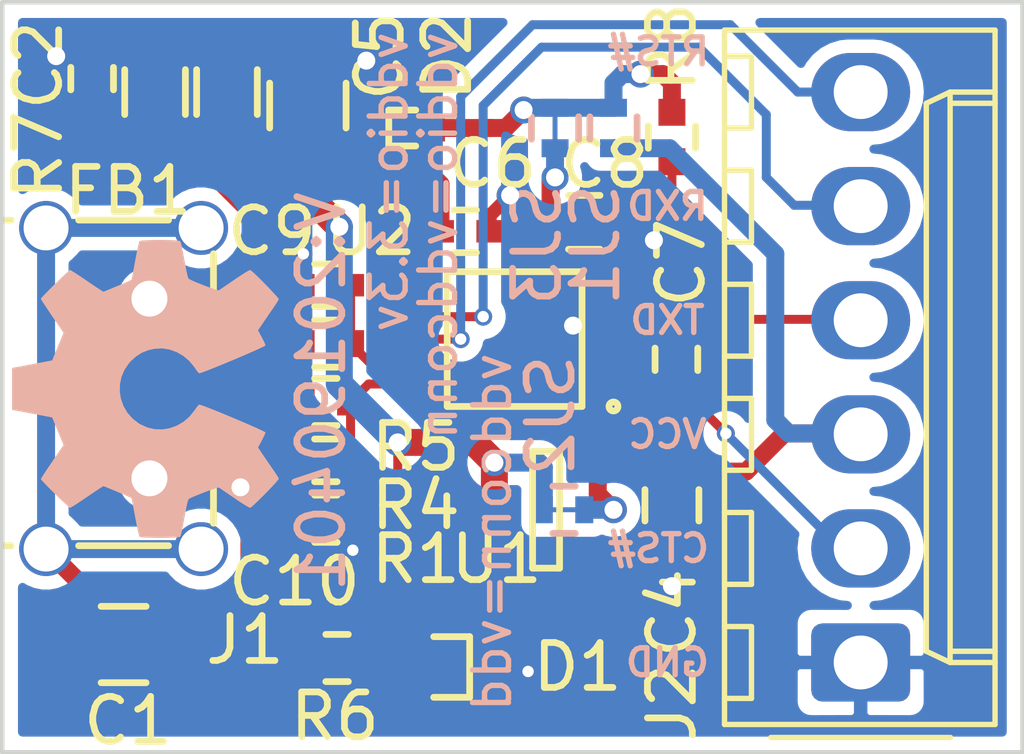
<source format=kicad_pcb>
(kicad_pcb (version 20171130) (host pcbnew 5.1.0-060a0da~80~ubuntu18.04.1)

  (general
    (thickness 1.6)
    (drawings 4)
    (tracks 187)
    (zones 0)
    (modules 27)
    (nets 19)
  )

  (page A4)
  (layers
    (0 F.Cu signal hide)
    (31 B.Cu signal)
    (32 B.Adhes user)
    (33 F.Adhes user hide)
    (34 B.Paste user)
    (35 F.Paste user hide)
    (36 B.SilkS user)
    (37 F.SilkS user hide)
    (38 B.Mask user)
    (39 F.Mask user hide)
    (40 Dwgs.User user)
    (41 Cmts.User user)
    (42 Eco1.User user)
    (43 Eco2.User user)
    (44 Edge.Cuts user)
    (45 Margin user)
    (46 B.CrtYd user)
    (47 F.CrtYd user)
    (48 B.Fab user)
    (49 F.Fab user)
  )

  (setup
    (last_trace_width 0.1524)
    (user_trace_width 0.1524)
    (user_trace_width 0.2)
    (user_trace_width 0.3)
    (user_trace_width 0.4)
    (user_trace_width 0.6)
    (user_trace_width 1)
    (user_trace_width 1.5)
    (user_trace_width 2)
    (trace_clearance 0.1524)
    (zone_clearance 0.508)
    (zone_45_only no)
    (trace_min 0.1524)
    (via_size 0.381)
    (via_drill 0.254)
    (via_min_size 0.381)
    (via_min_drill 0.254)
    (user_via 0.4 0.254)
    (user_via 0.6 0.4)
    (user_via 0.8 0.6)
    (user_via 1 0.8)
    (user_via 1.3 1)
    (user_via 1.5 1.2)
    (user_via 1.7 1.4)
    (user_via 1.9 1.6)
    (uvia_size 0.381)
    (uvia_drill 0.254)
    (uvias_allowed no)
    (uvia_min_size 0.381)
    (uvia_min_drill 0.254)
    (edge_width 0.15)
    (segment_width 0.2)
    (pcb_text_width 0.3)
    (pcb_text_size 1.5 1.5)
    (mod_edge_width 0.15)
    (mod_text_size 1 1)
    (mod_text_width 0.15)
    (pad_size 1.524 1.524)
    (pad_drill 0.762)
    (pad_to_mask_clearance 0.1)
    (solder_mask_min_width 0.05)
    (pad_to_paste_clearance_ratio -0.15)
    (aux_axis_origin 0 0)
    (visible_elements FFFFFF7F)
    (pcbplotparams
      (layerselection 0x010fc_ffffffff)
      (usegerberextensions true)
      (usegerberattributes false)
      (usegerberadvancedattributes false)
      (creategerberjobfile false)
      (excludeedgelayer true)
      (linewidth 0.100000)
      (plotframeref false)
      (viasonmask false)
      (mode 1)
      (useauxorigin false)
      (hpglpennumber 1)
      (hpglpenspeed 20)
      (hpglpendiameter 15.000000)
      (psnegative false)
      (psa4output false)
      (plotreference true)
      (plotvalue true)
      (plotinvisibletext false)
      (padsonsilk false)
      (subtractmaskfromsilk false)
      (outputformat 1)
      (mirror false)
      (drillshape 0)
      (scaleselection 1)
      (outputdirectory "OSH_Park_2_layer_plots"))
  )

  (net 0 "")
  (net 1 /VSS)
  (net 2 "Net-(C1-Pad1)")
  (net 3 /VBUS)
  (net 4 /VDD)
  (net 5 /VDDIO)
  (net 6 /VDD_33V)
  (net 7 "Net-(C9-Pad2)")
  (net 8 "Net-(C10-Pad2)")
  (net 9 "Net-(J1-Pad4)")
  (net 10 /USB_DP)
  (net 11 /USB_DM)
  (net 12 /CTSI)
  (net 13 /TXO)
  (net 14 /RXI)
  (net 15 /RTSO)
  (net 16 "Net-(D1-Pad2)")
  (net 17 "Net-(FB1-Pad2)")
  (net 18 /VDDCONN)

  (net_class Default "This is the default net class."
    (clearance 0.1524)
    (trace_width 0.1524)
    (via_dia 0.381)
    (via_drill 0.254)
    (uvia_dia 0.381)
    (uvia_drill 0.254)
    (add_net /CTSI)
    (add_net /RTSO)
    (add_net /RXI)
    (add_net /TXO)
    (add_net /USB_DM)
    (add_net /USB_DP)
    (add_net /VBUS)
    (add_net /VDD)
    (add_net /VDDCONN)
    (add_net /VDDIO)
    (add_net /VDD_33V)
    (add_net /VSS)
    (add_net "Net-(C1-Pad1)")
    (add_net "Net-(C10-Pad2)")
    (add_net "Net-(C9-Pad2)")
    (add_net "Net-(D1-Pad2)")
    (add_net "Net-(FB1-Pad2)")
    (add_net "Net-(J1-Pad4)")
  )

  (module Symbols:OSHW-Symbol_6.7x6mm_SilkScreen (layer B.Cu) (tedit 0) (tstamp 5CA1EFC0)
    (at 144.2 91.2 270)
    (descr "Open Source Hardware Symbol")
    (tags "Logo Symbol OSHW")
    (path /5A135869)
    (attr virtual)
    (fp_text reference N1 (at 0 0 270) (layer B.SilkS) hide
      (effects (font (size 1 1) (thickness 0.15)) (justify mirror))
    )
    (fp_text value OHWLOGO (at 0.75 0 270) (layer B.Fab) hide
      (effects (font (size 1 1) (thickness 0.15)) (justify mirror))
    )
    (fp_poly (pts (xy 0.555814 2.531069) (xy 0.639635 2.086445) (xy 0.94892 1.958947) (xy 1.258206 1.831449)
      (xy 1.629246 2.083754) (xy 1.733157 2.154004) (xy 1.827087 2.216728) (xy 1.906652 2.269062)
      (xy 1.96747 2.308143) (xy 2.005157 2.331107) (xy 2.015421 2.336058) (xy 2.03391 2.323324)
      (xy 2.07342 2.288118) (xy 2.129522 2.234938) (xy 2.197787 2.168282) (xy 2.273786 2.092646)
      (xy 2.353092 2.012528) (xy 2.431275 1.932426) (xy 2.503907 1.856836) (xy 2.566559 1.790255)
      (xy 2.614803 1.737182) (xy 2.64421 1.702113) (xy 2.651241 1.690377) (xy 2.641123 1.66874)
      (xy 2.612759 1.621338) (xy 2.569129 1.552807) (xy 2.513218 1.467785) (xy 2.448006 1.370907)
      (xy 2.410219 1.31565) (xy 2.341343 1.214752) (xy 2.28014 1.123701) (xy 2.229578 1.04703)
      (xy 2.192628 0.989272) (xy 2.172258 0.954957) (xy 2.169197 0.947746) (xy 2.176136 0.927252)
      (xy 2.195051 0.879487) (xy 2.223087 0.811168) (xy 2.257391 0.729011) (xy 2.295109 0.63973)
      (xy 2.333387 0.550042) (xy 2.36937 0.466662) (xy 2.400206 0.396306) (xy 2.423039 0.34569)
      (xy 2.435017 0.321529) (xy 2.435724 0.320578) (xy 2.454531 0.315964) (xy 2.504618 0.305672)
      (xy 2.580793 0.290713) (xy 2.677865 0.272099) (xy 2.790643 0.250841) (xy 2.856442 0.238582)
      (xy 2.97695 0.215638) (xy 3.085797 0.193805) (xy 3.177476 0.174278) (xy 3.246481 0.158252)
      (xy 3.287304 0.146921) (xy 3.295511 0.143326) (xy 3.303548 0.118994) (xy 3.310033 0.064041)
      (xy 3.31497 -0.015108) (xy 3.318364 -0.112026) (xy 3.320218 -0.220287) (xy 3.320538 -0.333465)
      (xy 3.319327 -0.445135) (xy 3.31659 -0.548868) (xy 3.312331 -0.638241) (xy 3.306555 -0.706826)
      (xy 3.299267 -0.748197) (xy 3.294895 -0.75681) (xy 3.268764 -0.767133) (xy 3.213393 -0.781892)
      (xy 3.136107 -0.799352) (xy 3.04423 -0.81778) (xy 3.012158 -0.823741) (xy 2.857524 -0.852066)
      (xy 2.735375 -0.874876) (xy 2.641673 -0.89308) (xy 2.572384 -0.907583) (xy 2.523471 -0.919292)
      (xy 2.490897 -0.929115) (xy 2.470628 -0.937956) (xy 2.458626 -0.946724) (xy 2.456947 -0.948457)
      (xy 2.440184 -0.976371) (xy 2.414614 -1.030695) (xy 2.382788 -1.104777) (xy 2.34726 -1.191965)
      (xy 2.310583 -1.285608) (xy 2.275311 -1.379052) (xy 2.243996 -1.465647) (xy 2.219193 -1.53874)
      (xy 2.203454 -1.591678) (xy 2.199332 -1.617811) (xy 2.199676 -1.618726) (xy 2.213641 -1.640086)
      (xy 2.245322 -1.687084) (xy 2.291391 -1.754827) (xy 2.348518 -1.838423) (xy 2.413373 -1.932982)
      (xy 2.431843 -1.959854) (xy 2.497699 -2.057275) (xy 2.55565 -2.146163) (xy 2.602538 -2.221412)
      (xy 2.635207 -2.27792) (xy 2.6505 -2.310581) (xy 2.651241 -2.314593) (xy 2.638392 -2.335684)
      (xy 2.602888 -2.377464) (xy 2.549293 -2.435445) (xy 2.482171 -2.505135) (xy 2.406087 -2.582045)
      (xy 2.325604 -2.661683) (xy 2.245287 -2.739561) (xy 2.169699 -2.811186) (xy 2.103405 -2.87207)
      (xy 2.050969 -2.917721) (xy 2.016955 -2.94365) (xy 2.007545 -2.947883) (xy 1.985643 -2.937912)
      (xy 1.9408 -2.91102) (xy 1.880321 -2.871736) (xy 1.833789 -2.840117) (xy 1.749475 -2.782098)
      (xy 1.649626 -2.713784) (xy 1.549473 -2.645579) (xy 1.495627 -2.609075) (xy 1.313371 -2.4858)
      (xy 1.160381 -2.56852) (xy 1.090682 -2.604759) (xy 1.031414 -2.632926) (xy 0.991311 -2.648991)
      (xy 0.981103 -2.651226) (xy 0.968829 -2.634722) (xy 0.944613 -2.588082) (xy 0.910263 -2.515609)
      (xy 0.867588 -2.421606) (xy 0.818394 -2.310374) (xy 0.76449 -2.186215) (xy 0.707684 -2.053432)
      (xy 0.649782 -1.916327) (xy 0.592593 -1.779202) (xy 0.537924 -1.646358) (xy 0.487584 -1.522098)
      (xy 0.44338 -1.410725) (xy 0.407119 -1.316539) (xy 0.380609 -1.243844) (xy 0.365658 -1.196941)
      (xy 0.363254 -1.180833) (xy 0.382311 -1.160286) (xy 0.424036 -1.126933) (xy 0.479706 -1.087702)
      (xy 0.484378 -1.084599) (xy 0.628264 -0.969423) (xy 0.744283 -0.835053) (xy 0.83143 -0.685784)
      (xy 0.888699 -0.525913) (xy 0.915086 -0.359737) (xy 0.909585 -0.191552) (xy 0.87119 -0.025655)
      (xy 0.798895 0.133658) (xy 0.777626 0.168513) (xy 0.666996 0.309263) (xy 0.536302 0.422286)
      (xy 0.390064 0.506997) (xy 0.232808 0.562806) (xy 0.069057 0.589126) (xy -0.096667 0.58537)
      (xy -0.259838 0.55095) (xy -0.415935 0.485277) (xy -0.560433 0.387765) (xy -0.605131 0.348187)
      (xy -0.718888 0.224297) (xy -0.801782 0.093876) (xy -0.858644 -0.052315) (xy -0.890313 -0.197088)
      (xy -0.898131 -0.35986) (xy -0.872062 -0.52344) (xy -0.814755 -0.682298) (xy -0.728856 -0.830906)
      (xy -0.617014 -0.963735) (xy -0.481877 -1.075256) (xy -0.464117 -1.087011) (xy -0.40785 -1.125508)
      (xy -0.365077 -1.158863) (xy -0.344628 -1.18016) (xy -0.344331 -1.180833) (xy -0.348721 -1.203871)
      (xy -0.366124 -1.256157) (xy -0.394732 -1.33339) (xy -0.432735 -1.431268) (xy -0.478326 -1.545491)
      (xy -0.529697 -1.671758) (xy -0.585038 -1.805767) (xy -0.642542 -1.943218) (xy -0.700399 -2.079808)
      (xy -0.756802 -2.211237) (xy -0.809942 -2.333205) (xy -0.85801 -2.441409) (xy -0.899199 -2.531549)
      (xy -0.931699 -2.599323) (xy -0.953703 -2.64043) (xy -0.962564 -2.651226) (xy -0.98964 -2.642819)
      (xy -1.040303 -2.620272) (xy -1.105817 -2.587613) (xy -1.141841 -2.56852) (xy -1.294832 -2.4858)
      (xy -1.477088 -2.609075) (xy -1.570125 -2.672228) (xy -1.671985 -2.741727) (xy -1.767438 -2.807165)
      (xy -1.81525 -2.840117) (xy -1.882495 -2.885273) (xy -1.939436 -2.921057) (xy -1.978646 -2.942938)
      (xy -1.991381 -2.947563) (xy -2.009917 -2.935085) (xy -2.050941 -2.900252) (xy -2.110475 -2.846678)
      (xy -2.184542 -2.777983) (xy -2.269165 -2.697781) (xy -2.322685 -2.646286) (xy -2.416319 -2.554286)
      (xy -2.497241 -2.471999) (xy -2.562177 -2.402945) (xy -2.607858 -2.350644) (xy -2.631011 -2.318616)
      (xy -2.633232 -2.312116) (xy -2.622924 -2.287394) (xy -2.594439 -2.237405) (xy -2.550937 -2.167212)
      (xy -2.495577 -2.081875) (xy -2.43152 -1.986456) (xy -2.413303 -1.959854) (xy -2.346927 -1.863167)
      (xy -2.287378 -1.776117) (xy -2.237984 -1.703595) (xy -2.202075 -1.650493) (xy -2.182981 -1.621703)
      (xy -2.181136 -1.618726) (xy -2.183895 -1.595782) (xy -2.198538 -1.545336) (xy -2.222513 -1.474041)
      (xy -2.253266 -1.388547) (xy -2.288244 -1.295507) (xy -2.324893 -1.201574) (xy -2.360661 -1.113399)
      (xy -2.392994 -1.037634) (xy -2.419338 -0.980931) (xy -2.437142 -0.949943) (xy -2.438407 -0.948457)
      (xy -2.449294 -0.939601) (xy -2.467682 -0.930843) (xy -2.497606 -0.921277) (xy -2.543103 -0.909996)
      (xy -2.608209 -0.896093) (xy -2.696961 -0.878663) (xy -2.813393 -0.856798) (xy -2.961542 -0.829591)
      (xy -2.993618 -0.823741) (xy -3.088686 -0.805374) (xy -3.171565 -0.787405) (xy -3.23493 -0.771569)
      (xy -3.271458 -0.7596) (xy -3.276356 -0.75681) (xy -3.284427 -0.732072) (xy -3.290987 -0.67679)
      (xy -3.296033 -0.597389) (xy -3.299559 -0.500296) (xy -3.301561 -0.391938) (xy -3.302036 -0.27874)
      (xy -3.300977 -0.167128) (xy -3.298382 -0.063529) (xy -3.294246 0.025632) (xy -3.288563 0.093928)
      (xy -3.281331 0.134934) (xy -3.276971 0.143326) (xy -3.252698 0.151792) (xy -3.197426 0.165565)
      (xy -3.116662 0.18345) (xy -3.015912 0.204252) (xy -2.900683 0.226777) (xy -2.837902 0.238582)
      (xy -2.718787 0.260849) (xy -2.612565 0.281021) (xy -2.524427 0.298085) (xy -2.459566 0.311031)
      (xy -2.423174 0.318845) (xy -2.417184 0.320578) (xy -2.407061 0.34011) (xy -2.385662 0.387157)
      (xy -2.355839 0.454997) (xy -2.320445 0.536909) (xy -2.282332 0.626172) (xy -2.244353 0.716065)
      (xy -2.20936 0.799865) (xy -2.180206 0.870853) (xy -2.159743 0.922306) (xy -2.150823 0.947503)
      (xy -2.150657 0.948604) (xy -2.160769 0.968481) (xy -2.189117 1.014223) (xy -2.232723 1.081283)
      (xy -2.288606 1.165116) (xy -2.353787 1.261174) (xy -2.391679 1.31635) (xy -2.460725 1.417519)
      (xy -2.52205 1.50937) (xy -2.572663 1.587256) (xy -2.609571 1.646531) (xy -2.629782 1.682549)
      (xy -2.632701 1.690623) (xy -2.620153 1.709416) (xy -2.585463 1.749543) (xy -2.533063 1.806507)
      (xy -2.467384 1.875815) (xy -2.392856 1.952969) (xy -2.313913 2.033475) (xy -2.234983 2.112837)
      (xy -2.1605 2.18656) (xy -2.094894 2.250148) (xy -2.042596 2.299106) (xy -2.008039 2.328939)
      (xy -1.996478 2.336058) (xy -1.977654 2.326047) (xy -1.932631 2.297922) (xy -1.865787 2.254546)
      (xy -1.781499 2.198782) (xy -1.684144 2.133494) (xy -1.610707 2.083754) (xy -1.239667 1.831449)
      (xy -0.621095 2.086445) (xy -0.537275 2.531069) (xy -0.453454 2.975693) (xy 0.471994 2.975693)
      (xy 0.555814 2.531069)) (layer B.SilkS) (width 0.01))
  )

  (module SquantorLabels:Label_version (layer B.Cu) (tedit 5B5A1E49) (tstamp 5C99BF8B)
    (at 148.2 92.3 270)
    (path /5A1357A5)
    (fp_text reference N2 (at 0 -1.4 270) (layer B.Fab) hide
      (effects (font (size 1 1) (thickness 0.15)) (justify mirror))
    )
    (fp_text value 20190401 (at -0.4 0.1 270) (layer B.SilkS)
      (effects (font (size 1 1) (thickness 0.15)) (justify mirror))
    )
    (fp_text user V: (at -4.8 0.1 270) (layer B.SilkS)
      (effects (font (size 1 1) (thickness 0.15)) (justify mirror))
    )
  )

  (module SquantorRcl:C_0805 (layer F.Cu) (tedit 5415D6EA) (tstamp 5C99AAB6)
    (at 143.7 96.9)
    (descr "Capacitor SMD 0805, reflow soldering, AVX (see smccp.pdf)")
    (tags "capacitor 0805")
    (path /5C92E663)
    (attr smd)
    (fp_text reference C1 (at 0.1 1.7) (layer F.SilkS)
      (effects (font (size 1 1) (thickness 0.15)))
    )
    (fp_text value 100n (at 0 1.7) (layer F.Fab)
      (effects (font (size 1 1) (thickness 0.15)))
    )
    (fp_line (start -0.5 0.85) (end 0.5 0.85) (layer F.SilkS) (width 0.15))
    (fp_line (start 0.5 -0.85) (end -0.5 -0.85) (layer F.SilkS) (width 0.15))
    (fp_line (start 1.8 -1) (end 1.8 1) (layer F.CrtYd) (width 0.05))
    (fp_line (start -1.8 -1) (end -1.8 1) (layer F.CrtYd) (width 0.05))
    (fp_line (start -1.8 1) (end 1.8 1) (layer F.CrtYd) (width 0.05))
    (fp_line (start -1.8 -1) (end 1.8 -1) (layer F.CrtYd) (width 0.05))
    (fp_line (start -1 -0.625) (end 1 -0.625) (layer F.Fab) (width 0.15))
    (fp_line (start 1 -0.625) (end 1 0.625) (layer F.Fab) (width 0.15))
    (fp_line (start 1 0.625) (end -1 0.625) (layer F.Fab) (width 0.15))
    (fp_line (start -1 0.625) (end -1 -0.625) (layer F.Fab) (width 0.15))
    (pad 2 smd rect (at 1 0) (size 1 1.25) (layers F.Cu F.Paste F.Mask)
      (net 1 /VSS))
    (pad 1 smd rect (at -1 0) (size 1 1.25) (layers F.Cu F.Paste F.Mask)
      (net 2 "Net-(C1-Pad1)"))
    (model Capacitors_SMD.3dshapes/C_0805.wrl
      (at (xyz 0 0 0))
      (scale (xyz 1 1 1))
      (rotate (xyz 0 0 0))
    )
  )

  (module SquantorRcl:C_0603 (layer F.Cu) (tedit 5415D631) (tstamp 5C9C4B22)
    (at 155.9 93.8 270)
    (descr "Capacitor SMD 0603, reflow soldering, AVX (see smccp.pdf)")
    (tags "capacitor 0603")
    (path /5CA0EAEE)
    (attr smd)
    (fp_text reference C4 (at 2.4 0 270) (layer F.SilkS)
      (effects (font (size 1 1) (thickness 0.15)))
    )
    (fp_text value 1u (at 2.4 0 270) (layer F.Fab)
      (effects (font (size 1 1) (thickness 0.15)))
    )
    (fp_line (start 0.35 0.6) (end -0.35 0.6) (layer F.SilkS) (width 0.15))
    (fp_line (start -0.35 -0.6) (end 0.35 -0.6) (layer F.SilkS) (width 0.15))
    (fp_line (start 1.45 -0.75) (end 1.45 0.75) (layer F.CrtYd) (width 0.05))
    (fp_line (start -1.45 -0.75) (end -1.45 0.75) (layer F.CrtYd) (width 0.05))
    (fp_line (start -1.45 0.75) (end 1.45 0.75) (layer F.CrtYd) (width 0.05))
    (fp_line (start -1.45 -0.75) (end 1.45 -0.75) (layer F.CrtYd) (width 0.05))
    (fp_line (start -0.8 -0.4) (end 0.8 -0.4) (layer F.Fab) (width 0.15))
    (fp_line (start 0.8 -0.4) (end 0.8 0.4) (layer F.Fab) (width 0.15))
    (fp_line (start 0.8 0.4) (end -0.8 0.4) (layer F.Fab) (width 0.15))
    (fp_line (start -0.8 0.4) (end -0.8 -0.4) (layer F.Fab) (width 0.15))
    (pad 2 smd rect (at 0.75 0 270) (size 0.8 0.75) (layers F.Cu F.Paste F.Mask)
      (net 1 /VSS))
    (pad 1 smd rect (at -0.75 0 270) (size 0.8 0.75) (layers F.Cu F.Paste F.Mask)
      (net 18 /VDDCONN))
    (model Capacitors_SMD.3dshapes/C_0603.wrl
      (at (xyz 0 0 0))
      (scale (xyz 1 1 1))
      (rotate (xyz 0 0 0))
    )
  )

  (module SquantorRcl:C_0805 (layer F.Cu) (tedit 5415D6EA) (tstamp 5C99AAF6)
    (at 147.8 84.9 90)
    (descr "Capacitor SMD 0805, reflow soldering, AVX (see smccp.pdf)")
    (tags "capacitor 0805")
    (path /5C9348E3)
    (attr smd)
    (fp_text reference C5 (at 1.1 1.6 90) (layer F.SilkS)
      (effects (font (size 1 1) (thickness 0.15)))
    )
    (fp_text value 10u (at 0.9 1.6 90) (layer F.Fab)
      (effects (font (size 1 1) (thickness 0.15)))
    )
    (fp_line (start -1 0.625) (end -1 -0.625) (layer F.Fab) (width 0.15))
    (fp_line (start 1 0.625) (end -1 0.625) (layer F.Fab) (width 0.15))
    (fp_line (start 1 -0.625) (end 1 0.625) (layer F.Fab) (width 0.15))
    (fp_line (start -1 -0.625) (end 1 -0.625) (layer F.Fab) (width 0.15))
    (fp_line (start -1.8 -1) (end 1.8 -1) (layer F.CrtYd) (width 0.05))
    (fp_line (start -1.8 1) (end 1.8 1) (layer F.CrtYd) (width 0.05))
    (fp_line (start -1.8 -1) (end -1.8 1) (layer F.CrtYd) (width 0.05))
    (fp_line (start 1.8 -1) (end 1.8 1) (layer F.CrtYd) (width 0.05))
    (fp_line (start 0.5 -0.85) (end -0.5 -0.85) (layer F.SilkS) (width 0.15))
    (fp_line (start -0.5 0.85) (end 0.5 0.85) (layer F.SilkS) (width 0.15))
    (pad 1 smd rect (at -1 0 90) (size 1 1.25) (layers F.Cu F.Paste F.Mask)
      (net 4 /VDD))
    (pad 2 smd rect (at 1 0 90) (size 1 1.25) (layers F.Cu F.Paste F.Mask)
      (net 1 /VSS))
    (model Capacitors_SMD.3dshapes/C_0805.wrl
      (at (xyz 0 0 0))
      (scale (xyz 1 1 1))
      (rotate (xyz 0 0 0))
    )
  )

  (module SquantorRcl:C_0603 (layer F.Cu) (tedit 5415D631) (tstamp 5CA20C0D)
    (at 153.95 87.5)
    (descr "Capacitor SMD 0603, reflow soldering, AVX (see smccp.pdf)")
    (tags "capacitor 0603")
    (path /5C9B7479/5C9D54B3)
    (attr smd)
    (fp_text reference C8 (at 0.45 -1.3 180) (layer F.SilkS)
      (effects (font (size 1 1) (thickness 0.15)))
    )
    (fp_text value 1u (at 0.55 -1.3 180) (layer F.Fab)
      (effects (font (size 1 1) (thickness 0.15)))
    )
    (fp_line (start 0.35 0.6) (end -0.35 0.6) (layer F.SilkS) (width 0.15))
    (fp_line (start -0.35 -0.6) (end 0.35 -0.6) (layer F.SilkS) (width 0.15))
    (fp_line (start 1.45 -0.75) (end 1.45 0.75) (layer F.CrtYd) (width 0.05))
    (fp_line (start -1.45 -0.75) (end -1.45 0.75) (layer F.CrtYd) (width 0.05))
    (fp_line (start -1.45 0.75) (end 1.45 0.75) (layer F.CrtYd) (width 0.05))
    (fp_line (start -1.45 -0.75) (end 1.45 -0.75) (layer F.CrtYd) (width 0.05))
    (fp_line (start -0.8 -0.4) (end 0.8 -0.4) (layer F.Fab) (width 0.15))
    (fp_line (start 0.8 -0.4) (end 0.8 0.4) (layer F.Fab) (width 0.15))
    (fp_line (start 0.8 0.4) (end -0.8 0.4) (layer F.Fab) (width 0.15))
    (fp_line (start -0.8 0.4) (end -0.8 -0.4) (layer F.Fab) (width 0.15))
    (pad 2 smd rect (at 0.75 0) (size 0.8 0.75) (layers F.Cu F.Paste F.Mask)
      (net 1 /VSS))
    (pad 1 smd rect (at -0.75 0) (size 0.8 0.75) (layers F.Cu F.Paste F.Mask)
      (net 6 /VDD_33V))
    (model Capacitors_SMD.3dshapes/C_0603.wrl
      (at (xyz 0 0 0))
      (scale (xyz 1 1 1))
      (rotate (xyz 0 0 0))
    )
  )

  (module SquantorRcl:R_0603_hand (layer F.Cu) (tedit 587552B0) (tstamp 5C99AB56)
    (at 146 84.6 90)
    (descr "Resistor SMD 0603, reflow soldering, Vishay (see dcrcw.pdf)")
    (tags "resistor 0603")
    (path /5C9338DB)
    (attr smd)
    (fp_text reference FB1 (at -2.2 -2.2 180) (layer F.SilkS)
      (effects (font (size 1 1) (thickness 0.15)))
    )
    (fp_text value 600 (at -2.2 -2.3 180) (layer F.Fab)
      (effects (font (size 1 1) (thickness 0.15)))
    )
    (fp_line (start -0.5 -0.675) (end 0.5 -0.675) (layer F.SilkS) (width 0.15))
    (fp_line (start 0.5 0.675) (end -0.5 0.675) (layer F.SilkS) (width 0.15))
    (fp_line (start 1.5 -0.8) (end 1.5 0.8) (layer F.CrtYd) (width 0.05))
    (fp_line (start -1.5 -0.8) (end -1.5 0.8) (layer F.CrtYd) (width 0.05))
    (fp_line (start -1.5 0.8) (end 1.5 0.8) (layer F.CrtYd) (width 0.05))
    (fp_line (start -1.5 -0.8) (end 1.5 -0.8) (layer F.CrtYd) (width 0.05))
    (fp_line (start -0.8 -0.4) (end 0.8 -0.4) (layer F.Fab) (width 0.1))
    (fp_line (start 0.8 -0.4) (end 0.8 0.4) (layer F.Fab) (width 0.1))
    (fp_line (start 0.8 0.4) (end -0.8 0.4) (layer F.Fab) (width 0.1))
    (fp_line (start -0.8 0.4) (end -0.8 -0.4) (layer F.Fab) (width 0.1))
    (pad 2 smd rect (at 0.85 0 90) (size 0.7 0.9) (layers F.Cu F.Paste F.Mask)
      (net 17 "Net-(FB1-Pad2)"))
    (pad 1 smd rect (at -0.85 0 90) (size 0.7 0.9) (layers F.Cu F.Paste F.Mask)
      (net 4 /VDD))
    (model Resistors_SMD.3dshapes/R_0603.wrl
      (at (xyz 0 0 0))
      (scale (xyz 1 1 1))
      (rotate (xyz 0 0 0))
    )
  )

  (module SquantorUsb:USB-muB-SMD_TH (layer F.Cu) (tedit 5B3D26BA) (tstamp 5C99AB6C)
    (at 143.7 91.2 270)
    (path /5C92FD3B)
    (fp_text reference J1 (at 5.6 -2.7) (layer F.SilkS)
      (effects (font (size 1 1) (thickness 0.15)))
    )
    (fp_text value USB-ID (at 5.4 -2.6 270) (layer F.Fab)
      (effects (font (size 1 1) (thickness 0.15)))
    )
    (fp_line (start 3.5 2.5) (end 3.5 2.75) (layer F.SilkS) (width 0.15))
    (fp_line (start 3.5 2.75) (end -3.75 2.75) (layer F.SilkS) (width 0.15))
    (fp_line (start -3.75 2.75) (end -3.75 2.5) (layer F.SilkS) (width 0.15))
    (fp_line (start -3.75 -1) (end -3.75 1) (layer F.SilkS) (width 0.15))
    (fp_line (start 3.5 -1) (end 3.5 1) (layer F.SilkS) (width 0.15))
    (fp_line (start 1.75 -2) (end 3 -2) (layer F.SilkS) (width 0.15))
    (fp_line (start -3 -2) (end -1.75 -2) (layer F.SilkS) (width 0.15))
    (pad S thru_hole circle (at -3.575 -1.725 270) (size 1.2 1.2) (drill 1) (layers *.Cu *.Mask)
      (net 2 "Net-(C1-Pad1)"))
    (pad S thru_hole circle (at 3.575 -1.725 270) (size 1.2 1.2) (drill 1) (layers *.Cu *.Mask)
      (net 2 "Net-(C1-Pad1)"))
    (pad S thru_hole circle (at -3.575 1.725 270) (size 1.2 1.2) (drill 1) (layers *.Cu *.Mask)
      (net 2 "Net-(C1-Pad1)"))
    (pad "" np_thru_hole circle (at -2 -0.575 270) (size 0.8 0.8) (drill 0.8) (layers *.Cu))
    (pad 5 smd rect (at 1.3 -1.3 270) (size 0.4 1.85) (layers F.Cu F.Paste F.Mask)
      (net 1 /VSS))
    (pad 4 smd rect (at 0.65 -1.3 270) (size 0.4 1.85) (layers F.Cu F.Paste F.Mask)
      (net 9 "Net-(J1-Pad4)"))
    (pad 3 smd rect (at 0 -1.3 270) (size 0.4 1.85) (layers F.Cu F.Paste F.Mask)
      (net 10 /USB_DP))
    (pad 2 smd rect (at -0.65 -1.3 270) (size 0.4 1.85) (layers F.Cu F.Paste F.Mask)
      (net 11 /USB_DM))
    (pad 1 smd rect (at -1.3 -1.3 270) (size 0.4 1.85) (layers F.Cu F.Paste F.Mask)
      (net 3 /VBUS))
    (pad "" np_thru_hole circle (at 2 -0.575 270) (size 0.8 0.8) (drill 0.8) (layers *.Cu))
    (pad S thru_hole circle (at 3.575 1.725 270) (size 1.2 1.2) (drill 1) (layers *.Cu *.Mask)
      (net 2 "Net-(C1-Pad1)"))
  )

  (module SquantorIC:SOT23-3-Microchip-TT (layer F.Cu) (tedit 5C6B2141) (tstamp 5CA1D693)
    (at 153.1 93.9 90)
    (path /5C9A30EE)
    (fp_text reference U1 (at -1.1 -1.1 180) (layer F.SilkS)
      (effects (font (size 1 1) (thickness 0.15)))
    )
    (fp_text value MCP1702-CB (at -4.6 2.9 90) (layer F.Fab) hide
      (effects (font (size 1 1) (thickness 0.15)))
    )
    (fp_line (start -1.3 -0.3) (end 1.3 -0.3) (layer F.SilkS) (width 0.15))
    (fp_line (start 1.3 -0.3) (end 1.3 0.3) (layer F.SilkS) (width 0.15))
    (fp_line (start 1.3 0.3) (end -1.3 0.3) (layer F.SilkS) (width 0.15))
    (fp_line (start -1.3 0.3) (end -1.3 -0.3) (layer F.SilkS) (width 0.15))
    (fp_line (start -1.7 2) (end 1.7 2) (layer F.CrtYd) (width 0.05))
    (fp_line (start 1.7 2) (end 1.7 -2) (layer F.CrtYd) (width 0.05))
    (fp_line (start 1.7 -2) (end -1.7 -2) (layer F.CrtYd) (width 0.05))
    (fp_line (start -1.7 -2) (end -1.7 2) (layer F.CrtYd) (width 0.05))
    (pad 1 smd rect (at -0.95 1.15 90) (size 0.65 1.05) (layers F.Cu F.Paste F.Mask)
      (net 1 /VSS))
    (pad 2 smd rect (at 0.95 1.15 90) (size 0.65 1.05) (layers F.Cu F.Paste F.Mask)
      (net 18 /VDDCONN))
    (pad 3 smd rect (at 0 -1.15 90) (size 0.65 1.05) (layers F.Cu F.Paste F.Mask)
      (net 4 /VDD))
  )

  (module SquantorIC:MSOP-10 (layer F.Cu) (tedit 5C993A76) (tstamp 5CA20F10)
    (at 152.4 90.1 180)
    (path /5C9B7479/5C9D54C0)
    (fp_text reference U2 (at 3.2 2.4 180) (layer F.SilkS)
      (effects (font (size 1 1) (thickness 0.15)))
    )
    (fp_text value HT42B534-MSOP10 (at 0.2 5.5 180) (layer F.Fab) hide
      (effects (font (size 1 1) (thickness 0.15)))
    )
    (fp_line (start 2.5 0.05) (end 1.5 0.05) (layer F.Fab) (width 0.1))
    (fp_line (start 2.5 -0.05) (end 2.5 0.05) (layer F.Fab) (width 0.1))
    (fp_line (start 1.5 -0.05) (end 2.5 -0.05) (layer F.Fab) (width 0.1))
    (fp_line (start -1.5 1.5) (end -1.5 -1.5) (layer F.SilkS) (width 0.15))
    (fp_line (start 1.5 1.5) (end -1.5 1.5) (layer F.SilkS) (width 0.15))
    (fp_line (start 1.5 -1.5) (end 1.5 1.5) (layer F.SilkS) (width 0.15))
    (fp_line (start -1.5 -1.5) (end 1.5 -1.5) (layer F.SilkS) (width 0.15))
    (fp_line (start 2.5 -0.55) (end 2.5 -0.45) (layer F.Fab) (width 0.1))
    (fp_line (start 2.5 -0.45) (end 1.5 -0.45) (layer F.Fab) (width 0.1))
    (fp_line (start 1.5 -0.55) (end 2.5 -0.55) (layer F.Fab) (width 0.1))
    (fp_line (start 2.5 -0.95) (end 1.5 -0.95) (layer F.Fab) (width 0.1))
    (fp_line (start 2.5 -1.05) (end 2.5 -0.95) (layer F.Fab) (width 0.1))
    (fp_line (start 1.5 -1.05) (end 2.5 -1.05) (layer F.Fab) (width 0.1))
    (fp_line (start 2.5 0.55) (end 1.5 0.55) (layer F.Fab) (width 0.1))
    (fp_line (start 1.5 0.45) (end 2.5 0.45) (layer F.Fab) (width 0.1))
    (fp_line (start 2.5 0.45) (end 2.5 0.55) (layer F.Fab) (width 0.1))
    (fp_line (start 1.5 0.95) (end 2.5 0.95) (layer F.Fab) (width 0.1))
    (fp_line (start 2.5 0.95) (end 2.5 1.05) (layer F.Fab) (width 0.1))
    (fp_line (start 2.5 1.05) (end 1.5 1.05) (layer F.Fab) (width 0.1))
    (fp_line (start -2.5 -0.05) (end -1.5 -0.05) (layer F.Fab) (width 0.1))
    (fp_line (start -1.5 0.05) (end -2.5 0.05) (layer F.Fab) (width 0.1))
    (fp_line (start -2.5 0.05) (end -2.5 -0.05) (layer F.Fab) (width 0.1))
    (fp_line (start -2.5 -0.55) (end -1.5 -0.55) (layer F.Fab) (width 0.1))
    (fp_line (start -1.5 -0.45) (end -2.5 -0.45) (layer F.Fab) (width 0.1))
    (fp_line (start -2.5 -0.45) (end -2.5 -0.55) (layer F.Fab) (width 0.1))
    (fp_line (start -2.5 -0.95) (end -2.5 -1.05) (layer F.Fab) (width 0.1))
    (fp_line (start -1.5 -0.95) (end -2.5 -0.95) (layer F.Fab) (width 0.1))
    (fp_line (start -2.5 -1.05) (end -1.5 -1.05) (layer F.Fab) (width 0.1))
    (fp_line (start -2.5 0.45) (end -1.5 0.45) (layer F.Fab) (width 0.1))
    (fp_line (start -2.5 0.55) (end -2.5 0.45) (layer F.Fab) (width 0.1))
    (fp_line (start -1.5 0.55) (end -2.5 0.55) (layer F.Fab) (width 0.1))
    (fp_line (start -2.5 1.05) (end -2.5 0.95) (layer F.Fab) (width 0.1))
    (fp_line (start -2.5 0.95) (end -1.5 0.95) (layer F.Fab) (width 0.1))
    (fp_line (start -1.5 1.05) (end -2.5 1.05) (layer F.Fab) (width 0.1))
    (fp_circle (center -2.2 -1.5) (end -2.1 -1.5) (layer F.SilkS) (width 0.15))
    (fp_line (start -3 -1.8) (end 3 -1.8) (layer F.CrtYd) (width 0.05))
    (fp_line (start 3 -1.8) (end 3 1.8) (layer F.CrtYd) (width 0.05))
    (fp_line (start 3 1.8) (end -3 1.8) (layer F.CrtYd) (width 0.05))
    (fp_line (start -3 1.8) (end -3 -1.8) (layer F.CrtYd) (width 0.05))
    (pad 1 smd rect (at -2.3 -1 180) (size 0.8 0.3) (layers F.Cu F.Paste F.Mask)
      (net 4 /VDD))
    (pad 2 smd rect (at -2.3 -0.5 180) (size 0.8 0.3) (layers F.Cu F.Paste F.Mask)
      (net 6 /VDD_33V))
    (pad 3 smd rect (at -2.3 0 180) (size 0.8 0.3) (layers F.Cu F.Paste F.Mask)
      (net 1 /VSS))
    (pad 4 smd rect (at -2.3 0.5 180) (size 0.8 0.3) (layers F.Cu F.Paste F.Mask)
      (net 12 /CTSI))
    (pad 5 smd rect (at -2.3 1 180) (size 0.8 0.3) (layers F.Cu F.Paste F.Mask)
      (net 13 /TXO))
    (pad 6 smd rect (at 2.3 1 180) (size 0.8 0.3) (layers F.Cu F.Paste F.Mask)
      (net 5 /VDDIO))
    (pad 7 smd rect (at 2.3 0.5 180) (size 0.8 0.3) (layers F.Cu F.Paste F.Mask)
      (net 14 /RXI))
    (pad 8 smd rect (at 2.3 0 180) (size 0.8 0.3) (layers F.Cu F.Paste F.Mask)
      (net 15 /RTSO))
    (pad 9 smd rect (at 2.3 -0.5 180) (size 0.8 0.3) (layers F.Cu F.Paste F.Mask)
      (net 7 "Net-(C9-Pad2)"))
    (pad 10 smd rect (at 2.3 -1 180) (size 0.8 0.3) (layers F.Cu F.Paste F.Mask)
      (net 8 "Net-(C10-Pad2)"))
  )

  (module SquantorRcl:C_0402 (layer F.Cu) (tedit 58D18F8A) (tstamp 5C9AEA58)
    (at 143 84.3 90)
    (descr "Capacitor SMD 0402, reflow soldering, AVX (see smccp.pdf)")
    (tags "capacitor 0402")
    (path /5C931872)
    (attr smd)
    (fp_text reference C2 (at 0.3 -1.2 90) (layer F.SilkS)
      (effects (font (size 1 1) (thickness 0.15)))
    )
    (fp_text value 100n (at 0.3 -1.2 90) (layer F.Fab)
      (effects (font (size 1 1) (thickness 0.15)))
    )
    (fp_line (start -0.5 0.25) (end -0.5 -0.25) (layer F.Fab) (width 0.15))
    (fp_line (start 0.5 0.25) (end -0.5 0.25) (layer F.Fab) (width 0.15))
    (fp_line (start 0.5 -0.25) (end 0.5 0.25) (layer F.Fab) (width 0.15))
    (fp_line (start -0.5 -0.25) (end 0.5 -0.25) (layer F.Fab) (width 0.15))
    (fp_line (start -1.15 -0.6) (end 1.15 -0.6) (layer F.CrtYd) (width 0.05))
    (fp_line (start -1.15 0.6) (end 1.15 0.6) (layer F.CrtYd) (width 0.05))
    (fp_line (start -1.15 -0.6) (end -1.15 0.6) (layer F.CrtYd) (width 0.05))
    (fp_line (start 1.15 -0.6) (end 1.15 0.6) (layer F.CrtYd) (width 0.05))
    (fp_line (start 0.25 -0.475) (end -0.25 -0.475) (layer F.SilkS) (width 0.15))
    (fp_line (start -0.25 0.475) (end 0.25 0.475) (layer F.SilkS) (width 0.15))
    (pad 1 smd rect (at -0.55 0 90) (size 0.6 0.5) (layers F.Cu F.Paste F.Mask)
      (net 3 /VBUS) (solder_mask_margin 0.1))
    (pad 2 smd rect (at 0.55 0 90) (size 0.6 0.5) (layers F.Cu F.Paste F.Mask)
      (net 1 /VSS) (solder_mask_margin 0.1))
    (model Capacitors_SMD.3dshapes/C_0402.wrl
      (at (xyz 0 0 0))
      (scale (xyz 1 1 1))
      (rotate (xyz 0 0 0))
    )
  )

  (module SquantorRcl:C_0402 (layer F.Cu) (tedit 58D18F8A) (tstamp 5C9AEA67)
    (at 151.3 87.7)
    (descr "Capacitor SMD 0402, reflow soldering, AVX (see smccp.pdf)")
    (tags "capacitor 0402")
    (path /5C9B7479/5C9D548C)
    (attr smd)
    (fp_text reference C6 (at 0.6 -1.5 180) (layer F.SilkS)
      (effects (font (size 1 1) (thickness 0.15)))
    )
    (fp_text value 100n (at 0.9 -1.5 180) (layer F.Fab)
      (effects (font (size 1 1) (thickness 0.15)))
    )
    (fp_line (start -0.25 0.475) (end 0.25 0.475) (layer F.SilkS) (width 0.15))
    (fp_line (start 0.25 -0.475) (end -0.25 -0.475) (layer F.SilkS) (width 0.15))
    (fp_line (start 1.15 -0.6) (end 1.15 0.6) (layer F.CrtYd) (width 0.05))
    (fp_line (start -1.15 -0.6) (end -1.15 0.6) (layer F.CrtYd) (width 0.05))
    (fp_line (start -1.15 0.6) (end 1.15 0.6) (layer F.CrtYd) (width 0.05))
    (fp_line (start -1.15 -0.6) (end 1.15 -0.6) (layer F.CrtYd) (width 0.05))
    (fp_line (start -0.5 -0.25) (end 0.5 -0.25) (layer F.Fab) (width 0.15))
    (fp_line (start 0.5 -0.25) (end 0.5 0.25) (layer F.Fab) (width 0.15))
    (fp_line (start 0.5 0.25) (end -0.5 0.25) (layer F.Fab) (width 0.15))
    (fp_line (start -0.5 0.25) (end -0.5 -0.25) (layer F.Fab) (width 0.15))
    (pad 2 smd rect (at 0.55 0) (size 0.6 0.5) (layers F.Cu F.Paste F.Mask)
      (net 1 /VSS) (solder_mask_margin 0.1))
    (pad 1 smd rect (at -0.55 0) (size 0.6 0.5) (layers F.Cu F.Paste F.Mask)
      (net 5 /VDDIO) (solder_mask_margin 0.1))
    (model Capacitors_SMD.3dshapes/C_0402.wrl
      (at (xyz 0 0 0))
      (scale (xyz 1 1 1))
      (rotate (xyz 0 0 0))
    )
  )

  (module SquantorRcl:C_0402 (layer F.Cu) (tedit 58D18F8A) (tstamp 5C9C4A18)
    (at 156 90.55 90)
    (descr "Capacitor SMD 0402, reflow soldering, AVX (see smccp.pdf)")
    (tags "capacitor 0402")
    (path /5C9B7479/5C9D549F)
    (attr smd)
    (fp_text reference C7 (at 2.15 0.1 90) (layer F.SilkS)
      (effects (font (size 1 1) (thickness 0.15)))
    )
    (fp_text value 100n (at 2.25 0.1 90) (layer F.Fab)
      (effects (font (size 1 1) (thickness 0.15)))
    )
    (fp_line (start -0.5 0.25) (end -0.5 -0.25) (layer F.Fab) (width 0.15))
    (fp_line (start 0.5 0.25) (end -0.5 0.25) (layer F.Fab) (width 0.15))
    (fp_line (start 0.5 -0.25) (end 0.5 0.25) (layer F.Fab) (width 0.15))
    (fp_line (start -0.5 -0.25) (end 0.5 -0.25) (layer F.Fab) (width 0.15))
    (fp_line (start -1.15 -0.6) (end 1.15 -0.6) (layer F.CrtYd) (width 0.05))
    (fp_line (start -1.15 0.6) (end 1.15 0.6) (layer F.CrtYd) (width 0.05))
    (fp_line (start -1.15 -0.6) (end -1.15 0.6) (layer F.CrtYd) (width 0.05))
    (fp_line (start 1.15 -0.6) (end 1.15 0.6) (layer F.CrtYd) (width 0.05))
    (fp_line (start 0.25 -0.475) (end -0.25 -0.475) (layer F.SilkS) (width 0.15))
    (fp_line (start -0.25 0.475) (end 0.25 0.475) (layer F.SilkS) (width 0.15))
    (pad 1 smd rect (at -0.55 0 90) (size 0.6 0.5) (layers F.Cu F.Paste F.Mask)
      (net 4 /VDD) (solder_mask_margin 0.1))
    (pad 2 smd rect (at 0.55 0 90) (size 0.6 0.5) (layers F.Cu F.Paste F.Mask)
      (net 1 /VSS) (solder_mask_margin 0.1))
    (model Capacitors_SMD.3dshapes/C_0402.wrl
      (at (xyz 0 0 0))
      (scale (xyz 1 1 1))
      (rotate (xyz 0 0 0))
    )
  )

  (module SquantorRcl:C_0402 (layer F.Cu) (tedit 58D18F8A) (tstamp 5C9AEA85)
    (at 148.2 88.9)
    (descr "Capacitor SMD 0402, reflow soldering, AVX (see smccp.pdf)")
    (tags "capacitor 0402")
    (path /5C9B7479/5C9D5468)
    (attr smd)
    (fp_text reference C9 (at -1.2 -1.2) (layer F.SilkS)
      (effects (font (size 1 1) (thickness 0.15)))
    )
    (fp_text value 47p (at -1.1 -1.2) (layer F.Fab)
      (effects (font (size 1 1) (thickness 0.15)))
    )
    (fp_line (start -0.25 0.475) (end 0.25 0.475) (layer F.SilkS) (width 0.15))
    (fp_line (start 0.25 -0.475) (end -0.25 -0.475) (layer F.SilkS) (width 0.15))
    (fp_line (start 1.15 -0.6) (end 1.15 0.6) (layer F.CrtYd) (width 0.05))
    (fp_line (start -1.15 -0.6) (end -1.15 0.6) (layer F.CrtYd) (width 0.05))
    (fp_line (start -1.15 0.6) (end 1.15 0.6) (layer F.CrtYd) (width 0.05))
    (fp_line (start -1.15 -0.6) (end 1.15 -0.6) (layer F.CrtYd) (width 0.05))
    (fp_line (start -0.5 -0.25) (end 0.5 -0.25) (layer F.Fab) (width 0.15))
    (fp_line (start 0.5 -0.25) (end 0.5 0.25) (layer F.Fab) (width 0.15))
    (fp_line (start 0.5 0.25) (end -0.5 0.25) (layer F.Fab) (width 0.15))
    (fp_line (start -0.5 0.25) (end -0.5 -0.25) (layer F.Fab) (width 0.15))
    (pad 2 smd rect (at 0.55 0) (size 0.6 0.5) (layers F.Cu F.Paste F.Mask)
      (net 7 "Net-(C9-Pad2)") (solder_mask_margin 0.1))
    (pad 1 smd rect (at -0.55 0) (size 0.6 0.5) (layers F.Cu F.Paste F.Mask)
      (net 1 /VSS) (solder_mask_margin 0.1))
    (model Capacitors_SMD.3dshapes/C_0402.wrl
      (at (xyz 0 0 0))
      (scale (xyz 1 1 1))
      (rotate (xyz 0 0 0))
    )
  )

  (module SquantorRcl:C_0402 (layer F.Cu) (tedit 58D18F8A) (tstamp 5C9AEA94)
    (at 148.2 92.8)
    (descr "Capacitor SMD 0402, reflow soldering, AVX (see smccp.pdf)")
    (tags "capacitor 0402")
    (path /5C9B7479/5C9D546E)
    (attr smd)
    (fp_text reference C10 (at -0.7 2.7) (layer F.SilkS)
      (effects (font (size 1 1) (thickness 0.15)))
    )
    (fp_text value 47p (at -0.6 2.8) (layer F.Fab)
      (effects (font (size 1 1) (thickness 0.15)))
    )
    (fp_line (start -0.5 0.25) (end -0.5 -0.25) (layer F.Fab) (width 0.15))
    (fp_line (start 0.5 0.25) (end -0.5 0.25) (layer F.Fab) (width 0.15))
    (fp_line (start 0.5 -0.25) (end 0.5 0.25) (layer F.Fab) (width 0.15))
    (fp_line (start -0.5 -0.25) (end 0.5 -0.25) (layer F.Fab) (width 0.15))
    (fp_line (start -1.15 -0.6) (end 1.15 -0.6) (layer F.CrtYd) (width 0.05))
    (fp_line (start -1.15 0.6) (end 1.15 0.6) (layer F.CrtYd) (width 0.05))
    (fp_line (start -1.15 -0.6) (end -1.15 0.6) (layer F.CrtYd) (width 0.05))
    (fp_line (start 1.15 -0.6) (end 1.15 0.6) (layer F.CrtYd) (width 0.05))
    (fp_line (start 0.25 -0.475) (end -0.25 -0.475) (layer F.SilkS) (width 0.15))
    (fp_line (start -0.25 0.475) (end 0.25 0.475) (layer F.SilkS) (width 0.15))
    (pad 1 smd rect (at -0.55 0) (size 0.6 0.5) (layers F.Cu F.Paste F.Mask)
      (net 1 /VSS) (solder_mask_margin 0.1))
    (pad 2 smd rect (at 0.55 0) (size 0.6 0.5) (layers F.Cu F.Paste F.Mask)
      (net 8 "Net-(C10-Pad2)") (solder_mask_margin 0.1))
    (model Capacitors_SMD.3dshapes/C_0402.wrl
      (at (xyz 0 0 0))
      (scale (xyz 1 1 1))
      (rotate (xyz 0 0 0))
    )
  )

  (module SquantorRcl:R_0402_hand (layer F.Cu) (tedit 5921FEA0) (tstamp 5C9AEAA3)
    (at 148.2 94.1)
    (descr "Resistor SMD 0402, reflow soldering, Vishay (see dcrcw.pdf)")
    (tags "resistor 0402")
    (path /5C92C64E)
    (attr smd)
    (fp_text reference R1 (at 2 0.9) (layer F.SilkS)
      (effects (font (size 1 1) (thickness 0.15)))
    )
    (fp_text value 0 (at 1.9 0.9) (layer F.Fab)
      (effects (font (size 1 1) (thickness 0.15)))
    )
    (fp_line (start -0.5 0.25) (end -0.5 -0.25) (layer F.Fab) (width 0.1))
    (fp_line (start 0.5 0.25) (end -0.5 0.25) (layer F.Fab) (width 0.1))
    (fp_line (start 0.5 -0.25) (end 0.5 0.25) (layer F.Fab) (width 0.1))
    (fp_line (start -0.5 -0.25) (end 0.5 -0.25) (layer F.Fab) (width 0.1))
    (fp_line (start -1.15 -0.65) (end 1.15 -0.65) (layer F.CrtYd) (width 0.05))
    (fp_line (start -1.15 0.65) (end 1.15 0.65) (layer F.CrtYd) (width 0.05))
    (fp_line (start -1.15 -0.65) (end -1.15 0.65) (layer F.CrtYd) (width 0.05))
    (fp_line (start 1.15 -0.65) (end 1.15 0.65) (layer F.CrtYd) (width 0.05))
    (fp_line (start 0.25 -0.525) (end -0.25 -0.525) (layer F.SilkS) (width 0.15))
    (fp_line (start -0.25 0.525) (end 0.25 0.525) (layer F.SilkS) (width 0.15))
    (pad 1 smd rect (at -0.55 0) (size 0.6 0.6) (layers F.Cu F.Paste F.Mask)
      (net 9 "Net-(J1-Pad4)"))
    (pad 2 smd rect (at 0.55 0) (size 0.6 0.6) (layers F.Cu F.Paste F.Mask)
      (net 1 /VSS))
    (model Resistors_SMD.3dshapes/R_0402.wrl
      (at (xyz 0 0 0))
      (scale (xyz 1 1 1))
      (rotate (xyz 0 0 0))
    )
  )

  (module SquantorRcl:R_0402_hand (layer F.Cu) (tedit 5921FEA0) (tstamp 5CA1CDD9)
    (at 148.2 91.5)
    (descr "Resistor SMD 0402, reflow soldering, Vishay (see dcrcw.pdf)")
    (tags "resistor 0402")
    (path /5C9B7479/5C9D5482)
    (attr smd)
    (fp_text reference R4 (at 2 2.3) (layer F.SilkS)
      (effects (font (size 1 1) (thickness 0.15)))
    )
    (fp_text value 33 (at 2 2.3) (layer F.Fab)
      (effects (font (size 1 1) (thickness 0.15)))
    )
    (fp_line (start -0.25 0.525) (end 0.25 0.525) (layer F.SilkS) (width 0.15))
    (fp_line (start 0.25 -0.525) (end -0.25 -0.525) (layer F.SilkS) (width 0.15))
    (fp_line (start 1.15 -0.65) (end 1.15 0.65) (layer F.CrtYd) (width 0.05))
    (fp_line (start -1.15 -0.65) (end -1.15 0.65) (layer F.CrtYd) (width 0.05))
    (fp_line (start -1.15 0.65) (end 1.15 0.65) (layer F.CrtYd) (width 0.05))
    (fp_line (start -1.15 -0.65) (end 1.15 -0.65) (layer F.CrtYd) (width 0.05))
    (fp_line (start -0.5 -0.25) (end 0.5 -0.25) (layer F.Fab) (width 0.1))
    (fp_line (start 0.5 -0.25) (end 0.5 0.25) (layer F.Fab) (width 0.1))
    (fp_line (start 0.5 0.25) (end -0.5 0.25) (layer F.Fab) (width 0.1))
    (fp_line (start -0.5 0.25) (end -0.5 -0.25) (layer F.Fab) (width 0.1))
    (pad 2 smd rect (at 0.55 0) (size 0.6 0.6) (layers F.Cu F.Paste F.Mask)
      (net 8 "Net-(C10-Pad2)"))
    (pad 1 smd rect (at -0.55 0) (size 0.6 0.6) (layers F.Cu F.Paste F.Mask)
      (net 10 /USB_DP))
    (model Resistors_SMD.3dshapes/R_0402.wrl
      (at (xyz 0 0 0))
      (scale (xyz 1 1 1))
      (rotate (xyz 0 0 0))
    )
  )

  (module SquantorRcl:R_0402_hand (layer F.Cu) (tedit 5921FEA0) (tstamp 5C9AEAC1)
    (at 148.2 90.2)
    (descr "Resistor SMD 0402, reflow soldering, Vishay (see dcrcw.pdf)")
    (tags "resistor 0402")
    (path /5C9B7479/5C9D547C)
    (attr smd)
    (fp_text reference R5 (at 2 2.3) (layer F.SilkS)
      (effects (font (size 1 1) (thickness 0.15)))
    )
    (fp_text value 33 (at 2 2.3) (layer F.Fab)
      (effects (font (size 1 1) (thickness 0.15)))
    )
    (fp_line (start -0.5 0.25) (end -0.5 -0.25) (layer F.Fab) (width 0.1))
    (fp_line (start 0.5 0.25) (end -0.5 0.25) (layer F.Fab) (width 0.1))
    (fp_line (start 0.5 -0.25) (end 0.5 0.25) (layer F.Fab) (width 0.1))
    (fp_line (start -0.5 -0.25) (end 0.5 -0.25) (layer F.Fab) (width 0.1))
    (fp_line (start -1.15 -0.65) (end 1.15 -0.65) (layer F.CrtYd) (width 0.05))
    (fp_line (start -1.15 0.65) (end 1.15 0.65) (layer F.CrtYd) (width 0.05))
    (fp_line (start -1.15 -0.65) (end -1.15 0.65) (layer F.CrtYd) (width 0.05))
    (fp_line (start 1.15 -0.65) (end 1.15 0.65) (layer F.CrtYd) (width 0.05))
    (fp_line (start 0.25 -0.525) (end -0.25 -0.525) (layer F.SilkS) (width 0.15))
    (fp_line (start -0.25 0.525) (end 0.25 0.525) (layer F.SilkS) (width 0.15))
    (pad 1 smd rect (at -0.55 0) (size 0.6 0.6) (layers F.Cu F.Paste F.Mask)
      (net 11 /USB_DM))
    (pad 2 smd rect (at 0.55 0) (size 0.6 0.6) (layers F.Cu F.Paste F.Mask)
      (net 7 "Net-(C9-Pad2)"))
    (model Resistors_SMD.3dshapes/R_0402.wrl
      (at (xyz 0 0 0))
      (scale (xyz 1 1 1))
      (rotate (xyz 0 0 0))
    )
  )

  (module SquantorRcl:R_0402_hand (layer F.Cu) (tedit 5921FEA0) (tstamp 5C9AEAD0)
    (at 148.45 97.2 180)
    (descr "Resistor SMD 0402, reflow soldering, Vishay (see dcrcw.pdf)")
    (tags "resistor 0402")
    (path /5CA52544)
    (attr smd)
    (fp_text reference R6 (at 0.05 -1.3 180) (layer F.SilkS)
      (effects (font (size 1 1) (thickness 0.15)))
    )
    (fp_text value 1K (at 0.05 -1.3 180) (layer F.Fab)
      (effects (font (size 1 1) (thickness 0.15)))
    )
    (fp_line (start -0.25 0.525) (end 0.25 0.525) (layer F.SilkS) (width 0.15))
    (fp_line (start 0.25 -0.525) (end -0.25 -0.525) (layer F.SilkS) (width 0.15))
    (fp_line (start 1.15 -0.65) (end 1.15 0.65) (layer F.CrtYd) (width 0.05))
    (fp_line (start -1.15 -0.65) (end -1.15 0.65) (layer F.CrtYd) (width 0.05))
    (fp_line (start -1.15 0.65) (end 1.15 0.65) (layer F.CrtYd) (width 0.05))
    (fp_line (start -1.15 -0.65) (end 1.15 -0.65) (layer F.CrtYd) (width 0.05))
    (fp_line (start -0.5 -0.25) (end 0.5 -0.25) (layer F.Fab) (width 0.1))
    (fp_line (start 0.5 -0.25) (end 0.5 0.25) (layer F.Fab) (width 0.1))
    (fp_line (start 0.5 0.25) (end -0.5 0.25) (layer F.Fab) (width 0.1))
    (fp_line (start -0.5 0.25) (end -0.5 -0.25) (layer F.Fab) (width 0.1))
    (pad 2 smd rect (at 0.55 0 180) (size 0.6 0.6) (layers F.Cu F.Paste F.Mask)
      (net 4 /VDD))
    (pad 1 smd rect (at -0.55 0 180) (size 0.6 0.6) (layers F.Cu F.Paste F.Mask)
      (net 16 "Net-(D1-Pad2)"))
    (model Resistors_SMD.3dshapes/R_0402.wrl
      (at (xyz 0 0 0))
      (scale (xyz 1 1 1))
      (rotate (xyz 0 0 0))
    )
  )

  (module SquantorRcl:R_0603_hand (layer F.Cu) (tedit 587552B0) (tstamp 5C9AEFAB)
    (at 144.4 84.6 270)
    (descr "Resistor SMD 0603, reflow soldering, Vishay (see dcrcw.pdf)")
    (tags "resistor 0603")
    (path /5C9C65BC)
    (attr smd)
    (fp_text reference R7 (at 1.4 2.6 270) (layer F.SilkS)
      (effects (font (size 1 1) (thickness 0.15)))
    )
    (fp_text value Fuse (at 1.2 2.6 270) (layer F.Fab)
      (effects (font (size 1 1) (thickness 0.15)))
    )
    (fp_line (start -0.8 0.4) (end -0.8 -0.4) (layer F.Fab) (width 0.1))
    (fp_line (start 0.8 0.4) (end -0.8 0.4) (layer F.Fab) (width 0.1))
    (fp_line (start 0.8 -0.4) (end 0.8 0.4) (layer F.Fab) (width 0.1))
    (fp_line (start -0.8 -0.4) (end 0.8 -0.4) (layer F.Fab) (width 0.1))
    (fp_line (start -1.5 -0.8) (end 1.5 -0.8) (layer F.CrtYd) (width 0.05))
    (fp_line (start -1.5 0.8) (end 1.5 0.8) (layer F.CrtYd) (width 0.05))
    (fp_line (start -1.5 -0.8) (end -1.5 0.8) (layer F.CrtYd) (width 0.05))
    (fp_line (start 1.5 -0.8) (end 1.5 0.8) (layer F.CrtYd) (width 0.05))
    (fp_line (start 0.5 0.675) (end -0.5 0.675) (layer F.SilkS) (width 0.15))
    (fp_line (start -0.5 -0.675) (end 0.5 -0.675) (layer F.SilkS) (width 0.15))
    (pad 1 smd rect (at -0.85 0 270) (size 0.7 0.9) (layers F.Cu F.Paste F.Mask)
      (net 17 "Net-(FB1-Pad2)"))
    (pad 2 smd rect (at 0.85 0 270) (size 0.7 0.9) (layers F.Cu F.Paste F.Mask)
      (net 3 /VBUS))
    (model Resistors_SMD.3dshapes/R_0603.wrl
      (at (xyz 0 0 0))
      (scale (xyz 1 1 1))
      (rotate (xyz 0 0 0))
    )
  )

  (module SquantorRcl:R_0402_hand (layer F.Cu) (tedit 5921FEA0) (tstamp 5C9AEAFE)
    (at 155.9 85.6 90)
    (descr "Resistor SMD 0402, reflow soldering, Vishay (see dcrcw.pdf)")
    (tags "resistor 0402")
    (path /5C9B7479/5C9AB245)
    (attr smd)
    (fp_text reference R8 (at 2 0 270) (layer F.SilkS)
      (effects (font (size 1 1) (thickness 0.15)))
    )
    (fp_text value 10K (at 2 0 90) (layer F.Fab)
      (effects (font (size 1 1) (thickness 0.15)))
    )
    (fp_line (start -0.5 0.25) (end -0.5 -0.25) (layer F.Fab) (width 0.1))
    (fp_line (start 0.5 0.25) (end -0.5 0.25) (layer F.Fab) (width 0.1))
    (fp_line (start 0.5 -0.25) (end 0.5 0.25) (layer F.Fab) (width 0.1))
    (fp_line (start -0.5 -0.25) (end 0.5 -0.25) (layer F.Fab) (width 0.1))
    (fp_line (start -1.15 -0.65) (end 1.15 -0.65) (layer F.CrtYd) (width 0.05))
    (fp_line (start -1.15 0.65) (end 1.15 0.65) (layer F.CrtYd) (width 0.05))
    (fp_line (start -1.15 -0.65) (end -1.15 0.65) (layer F.CrtYd) (width 0.05))
    (fp_line (start 1.15 -0.65) (end 1.15 0.65) (layer F.CrtYd) (width 0.05))
    (fp_line (start 0.25 -0.525) (end -0.25 -0.525) (layer F.SilkS) (width 0.15))
    (fp_line (start -0.25 0.525) (end 0.25 0.525) (layer F.SilkS) (width 0.15))
    (pad 1 smd rect (at -0.55 0 90) (size 0.6 0.6) (layers F.Cu F.Paste F.Mask)
      (net 13 /TXO))
    (pad 2 smd rect (at 0.55 0 90) (size 0.6 0.6) (layers F.Cu F.Paste F.Mask)
      (net 5 /VDDIO))
    (model Resistors_SMD.3dshapes/R_0402.wrl
      (at (xyz 0 0 0))
      (scale (xyz 1 1 1))
      (rotate (xyz 0 0 0))
    )
  )

  (module SquantorDiodes:SOD-523 (layer F.Cu) (tedit 5C9BDEC5) (tstamp 5C9C34EA)
    (at 149.9 85.4)
    (path /5C9B7479/5C9D33D2)
    (fp_text reference D2 (at 1 -1.6 90) (layer F.SilkS)
      (effects (font (size 1 1) (thickness 0.15)))
    )
    (fp_text value D_Schottky (at 4.7 -1.8) (layer F.Fab) hide
      (effects (font (size 1 1) (thickness 0.15)))
    )
    (fp_line (start -1.1 -0.6) (end 1.1 -0.6) (layer F.CrtYd) (width 0.05))
    (fp_line (start 1.1 -0.6) (end 1.1 0.6) (layer F.CrtYd) (width 0.05))
    (fp_line (start 1.1 0.6) (end -1.1 0.6) (layer F.CrtYd) (width 0.05))
    (fp_line (start -1.1 0.6) (end -1.1 -0.6) (layer F.CrtYd) (width 0.05))
    (fp_line (start -0.3 -0.4) (end 0.3 -0.4) (layer F.SilkS) (width 0.15))
    (fp_line (start 0.3 0.4) (end -0.3 0.4) (layer F.SilkS) (width 0.15))
    (fp_line (start -0.3 -0.4) (end -0.3 0.4) (layer F.SilkS) (width 0.15))
    (pad 1 smd rect (at -0.7 0) (size 0.5 0.6) (layers F.Cu F.Paste F.Mask)
      (net 4 /VDD))
    (pad 2 smd rect (at 0.7 0) (size 0.5 0.6) (layers F.Cu F.Paste F.Mask)
      (net 5 /VDDIO))
  )

  (module SquantorSpecial:solder_jumper_2way_noconn (layer B.Cu) (tedit 5C9BE0F0) (tstamp 5CA1DD8A)
    (at 154.6 85.4 90)
    (descr "Resistor SMD 0402, reflow soldering, Vishay (see dcrcw.pdf)")
    (tags "resistor 0402")
    (path /5C9C5D1D)
    (attr smd)
    (fp_text reference SJ1 (at -2.6 -0.4 90) (layer B.SilkS)
      (effects (font (size 1 1) (thickness 0.15)) (justify mirror))
    )
    (fp_text value vddio=vddconn (at -2.4 -3.9 270) (layer B.SilkS)
      (effects (font (size 0.8 0.8) (thickness 0.12)) (justify mirror))
    )
    (fp_line (start -0.5 -0.25) (end -0.5 0.25) (layer B.Fab) (width 0.1))
    (fp_line (start 0.5 -0.25) (end -0.5 -0.25) (layer B.Fab) (width 0.1))
    (fp_line (start 0.5 0.25) (end 0.5 -0.25) (layer B.Fab) (width 0.1))
    (fp_line (start -0.5 0.25) (end 0.5 0.25) (layer B.Fab) (width 0.1))
    (fp_line (start -0.95 0.65) (end 0.95 0.65) (layer B.CrtYd) (width 0.05))
    (fp_line (start -0.95 -0.65) (end 0.95 -0.65) (layer B.CrtYd) (width 0.05))
    (fp_line (start -0.95 0.65) (end -0.95 -0.65) (layer B.CrtYd) (width 0.05))
    (fp_line (start 0.95 0.65) (end 0.95 -0.65) (layer B.CrtYd) (width 0.05))
    (fp_line (start 0.25 0.525) (end -0.25 0.525) (layer B.SilkS) (width 0.15))
    (fp_line (start -0.25 -0.525) (end 0.25 -0.525) (layer B.SilkS) (width 0.15))
    (pad 1 smd rect (at -0.45 0 90) (size 0.4 0.6) (layers B.Cu B.Mask)
      (net 18 /VDDCONN))
    (pad 2 smd rect (at 0.45 0 90) (size 0.4 0.6) (layers B.Cu B.Mask)
      (net 5 /VDDIO))
    (model Resistors_SMD.3dshapes/R_0402.wrl
      (at (xyz 0 0 0))
      (scale (xyz 1 1 1))
      (rotate (xyz 0 0 0))
    )
  )

  (module SquantorSpecial:solder_jumper_2way_conn (layer B.Cu) (tedit 5C9BE3F7) (tstamp 5C9C42ED)
    (at 153.3 85.4 270)
    (descr "Resistor SMD 0402, reflow soldering, Vishay (see dcrcw.pdf)")
    (tags "resistor 0402")
    (path /5C9C8600)
    (attr smd)
    (fp_text reference SJ3 (at 2.6 0.4 90) (layer B.SilkS)
      (effects (font (size 1 1) (thickness 0.15)) (justify mirror))
    )
    (fp_text value vddio=3.3v (at 1.2 3.7 90) (layer B.SilkS)
      (effects (font (size 0.8 0.8) (thickness 0.12)) (justify mirror))
    )
    (fp_line (start -0.5 -0.25) (end -0.5 0.25) (layer B.Fab) (width 0.1))
    (fp_line (start 0.5 -0.25) (end -0.5 -0.25) (layer B.Fab) (width 0.1))
    (fp_line (start 0.5 0.25) (end 0.5 -0.25) (layer B.Fab) (width 0.1))
    (fp_line (start -0.5 0.25) (end 0.5 0.25) (layer B.Fab) (width 0.1))
    (fp_line (start -0.95 0.65) (end 0.95 0.65) (layer B.CrtYd) (width 0.05))
    (fp_line (start -0.95 -0.65) (end 0.95 -0.65) (layer B.CrtYd) (width 0.05))
    (fp_line (start -0.95 0.65) (end -0.95 -0.65) (layer B.CrtYd) (width 0.05))
    (fp_line (start 0.95 0.65) (end 0.95 -0.65) (layer B.CrtYd) (width 0.05))
    (fp_line (start 0.25 0.525) (end -0.25 0.525) (layer B.SilkS) (width 0.15))
    (fp_line (start -0.25 -0.525) (end 0.25 -0.525) (layer B.SilkS) (width 0.15))
    (fp_poly (pts (xy -0.25 0.05) (xy 0.25 0.05) (xy 0.25 -0.05) (xy -0.25 -0.05)) (layer B.Cu) (width 0.01))
    (pad 1 smd rect (at -0.45 0 270) (size 0.4 0.6) (layers B.Cu B.Mask)
      (net 5 /VDDIO))
    (pad 2 smd rect (at 0.45 0 270) (size 0.4 0.6) (layers B.Cu B.Mask)
      (net 6 /VDD_33V))
    (model Resistors_SMD.3dshapes/R_0402.wrl
      (at (xyz 0 0 0))
      (scale (xyz 1 1 1))
      (rotate (xyz 0 0 0))
    )
  )

  (module SquantorSpecial:solder_jumper_2way_conn (layer B.Cu) (tedit 5C9BE3F7) (tstamp 5CA1F191)
    (at 153.5 93.9 180)
    (descr "Resistor SMD 0402, reflow soldering, Vishay (see dcrcw.pdf)")
    (tags "resistor 0402")
    (path /5C9E2540)
    (attr smd)
    (fp_text reference SJ2 (at 0.3 2.1 270) (layer B.SilkS)
      (effects (font (size 1 1) (thickness 0.15)) (justify mirror))
    )
    (fp_text value vddconn=vdd (at 1.6 -0.5 270) (layer B.SilkS)
      (effects (font (size 0.8 0.8) (thickness 0.12)) (justify mirror))
    )
    (fp_line (start -0.5 -0.25) (end -0.5 0.25) (layer B.Fab) (width 0.1))
    (fp_line (start 0.5 -0.25) (end -0.5 -0.25) (layer B.Fab) (width 0.1))
    (fp_line (start 0.5 0.25) (end 0.5 -0.25) (layer B.Fab) (width 0.1))
    (fp_line (start -0.5 0.25) (end 0.5 0.25) (layer B.Fab) (width 0.1))
    (fp_line (start -0.95 0.65) (end 0.95 0.65) (layer B.CrtYd) (width 0.05))
    (fp_line (start -0.95 -0.65) (end 0.95 -0.65) (layer B.CrtYd) (width 0.05))
    (fp_line (start -0.95 0.65) (end -0.95 -0.65) (layer B.CrtYd) (width 0.05))
    (fp_line (start 0.95 0.65) (end 0.95 -0.65) (layer B.CrtYd) (width 0.05))
    (fp_line (start 0.25 0.525) (end -0.25 0.525) (layer B.SilkS) (width 0.15))
    (fp_line (start -0.25 -0.525) (end 0.25 -0.525) (layer B.SilkS) (width 0.15))
    (fp_poly (pts (xy -0.25 0.05) (xy 0.25 0.05) (xy 0.25 -0.05) (xy -0.25 -0.05)) (layer B.Cu) (width 0.01))
    (pad 1 smd rect (at -0.45 0 180) (size 0.4 0.6) (layers B.Cu B.Mask)
      (net 18 /VDDCONN))
    (pad 2 smd rect (at 0.45 0 180) (size 0.4 0.6) (layers B.Cu B.Mask)
      (net 4 /VDD))
    (model Resistors_SMD.3dshapes/R_0402.wrl
      (at (xyz 0 0 0))
      (scale (xyz 1 1 1))
      (rotate (xyz 0 0 0))
    )
  )

  (module SquantorDiodes:D_0603_hand (layer F.Cu) (tedit 5CA1F802) (tstamp 5CA1FD1C)
    (at 151.1 97.4 180)
    (descr "Diode SMD 0603, reflow soldering, general purpose")
    (tags "Diode 0603")
    (path /5CA5351F)
    (attr smd)
    (fp_text reference D1 (at -2.7 0 180) (layer F.SilkS)
      (effects (font (size 1 1) (thickness 0.15)))
    )
    (fp_text value RED (at -2.8 0 180) (layer F.Fab)
      (effects (font (size 1 1) (thickness 0.15)))
    )
    (fp_line (start -0.8 0.4) (end -0.8 -0.4) (layer F.Fab) (width 0.1))
    (fp_line (start 0.8 0.4) (end -0.8 0.4) (layer F.Fab) (width 0.1))
    (fp_line (start 0.8 -0.4) (end 0.8 0.4) (layer F.Fab) (width 0.1))
    (fp_line (start -0.8 -0.4) (end 0.8 -0.4) (layer F.Fab) (width 0.1))
    (fp_line (start -1.5 -0.8) (end 1.5 -0.8) (layer F.CrtYd) (width 0.05))
    (fp_line (start -1.5 0.8) (end 1.5 0.8) (layer F.CrtYd) (width 0.05))
    (fp_line (start -1.5 -0.8) (end -1.5 0.8) (layer F.CrtYd) (width 0.05))
    (fp_line (start 1.5 -0.8) (end 1.5 0.8) (layer F.CrtYd) (width 0.05))
    (fp_line (start 0.5 0.675) (end -0.3 0.675) (layer F.SilkS) (width 0.15))
    (fp_line (start -0.3 -0.675) (end 0.5 -0.675) (layer F.SilkS) (width 0.15))
    (fp_line (start -0.3 -0.675) (end -0.3 0.675) (layer F.SilkS) (width 0.15))
    (pad 1 smd rect (at -0.85 0 180) (size 0.7 0.9) (layers F.Cu F.Paste F.Mask)
      (net 1 /VSS))
    (pad 2 smd rect (at 0.85 0 180) (size 0.7 0.9) (layers F.Cu F.Paste F.Mask)
      (net 16 "Net-(D1-Pad2)"))
  )

  (module SquantorConnectorsNamed:Molex_KK-254_AE-6410-06A_1x06_P2.54mm_Vertical_FTDI_UART (layer F.Cu) (tedit 5CA1FE89) (tstamp 5CA2076D)
    (at 160.1 97.3 90)
    (descr "Molex KK-254 Interconnect System, old/engineering part number: AE-6410-06A example for new part number: 22-27-2061, 6 Pins (http://www.molex.com/pdm_docs/sd/022272021_sd.pdf), generated with kicad-footprint-generator. Now with FTDI pinout labels")
    (tags "connector Molex KK-254 side entry FTDI UART")
    (path /5C99F5E1)
    (fp_text reference J2 (at -0.9 -4.2 90) (layer F.SilkS)
      (effects (font (size 1 1) (thickness 0.15)))
    )
    (fp_text value FTDI_PINS_1X06_input (at 6.35 4.08 90) (layer F.Fab)
      (effects (font (size 1 1) (thickness 0.15)))
    )
    (fp_line (start -1.27 -2.92) (end -1.27 2.88) (layer F.Fab) (width 0.1))
    (fp_line (start -1.27 2.88) (end 13.97 2.88) (layer F.Fab) (width 0.1))
    (fp_line (start 13.97 2.88) (end 13.97 -2.92) (layer F.Fab) (width 0.1))
    (fp_line (start 13.97 -2.92) (end -1.27 -2.92) (layer F.Fab) (width 0.1))
    (fp_line (start -1.38 -3.03) (end -1.38 2.99) (layer F.SilkS) (width 0.12))
    (fp_line (start -1.38 2.99) (end 14.08 2.99) (layer F.SilkS) (width 0.12))
    (fp_line (start 14.08 2.99) (end 14.08 -3.03) (layer F.SilkS) (width 0.12))
    (fp_line (start 14.08 -3.03) (end -1.38 -3.03) (layer F.SilkS) (width 0.12))
    (fp_line (start -1.67 -2) (end -1.67 2) (layer F.SilkS) (width 0.12))
    (fp_line (start -1.27 -0.5) (end -0.562893 0) (layer F.Fab) (width 0.1))
    (fp_line (start -0.562893 0) (end -1.27 0.5) (layer F.Fab) (width 0.1))
    (fp_line (start 0 2.99) (end 0 1.99) (layer F.SilkS) (width 0.12))
    (fp_line (start 0 1.99) (end 12.7 1.99) (layer F.SilkS) (width 0.12))
    (fp_line (start 12.7 1.99) (end 12.7 2.99) (layer F.SilkS) (width 0.12))
    (fp_line (start 0 1.99) (end 0.25 1.46) (layer F.SilkS) (width 0.12))
    (fp_line (start 0.25 1.46) (end 12.45 1.46) (layer F.SilkS) (width 0.12))
    (fp_line (start 12.45 1.46) (end 12.7 1.99) (layer F.SilkS) (width 0.12))
    (fp_line (start 0.25 2.99) (end 0.25 1.99) (layer F.SilkS) (width 0.12))
    (fp_line (start 12.45 2.99) (end 12.45 1.99) (layer F.SilkS) (width 0.12))
    (fp_line (start -0.8 -3.03) (end -0.8 -2.43) (layer F.SilkS) (width 0.12))
    (fp_line (start -0.8 -2.43) (end 0.8 -2.43) (layer F.SilkS) (width 0.12))
    (fp_line (start 0.8 -2.43) (end 0.8 -3.03) (layer F.SilkS) (width 0.12))
    (fp_line (start 1.74 -3.03) (end 1.74 -2.43) (layer F.SilkS) (width 0.12))
    (fp_line (start 1.74 -2.43) (end 3.34 -2.43) (layer F.SilkS) (width 0.12))
    (fp_line (start 3.34 -2.43) (end 3.34 -3.03) (layer F.SilkS) (width 0.12))
    (fp_line (start 4.28 -3.03) (end 4.28 -2.43) (layer F.SilkS) (width 0.12))
    (fp_line (start 4.28 -2.43) (end 5.88 -2.43) (layer F.SilkS) (width 0.12))
    (fp_line (start 5.88 -2.43) (end 5.88 -3.03) (layer F.SilkS) (width 0.12))
    (fp_line (start 6.82 -3.03) (end 6.82 -2.43) (layer F.SilkS) (width 0.12))
    (fp_line (start 6.82 -2.43) (end 8.42 -2.43) (layer F.SilkS) (width 0.12))
    (fp_line (start 8.42 -2.43) (end 8.42 -3.03) (layer F.SilkS) (width 0.12))
    (fp_line (start 9.36 -3.03) (end 9.36 -2.43) (layer F.SilkS) (width 0.12))
    (fp_line (start 9.36 -2.43) (end 10.96 -2.43) (layer F.SilkS) (width 0.12))
    (fp_line (start 10.96 -2.43) (end 10.96 -3.03) (layer F.SilkS) (width 0.12))
    (fp_line (start 11.9 -3.03) (end 11.9 -2.43) (layer F.SilkS) (width 0.12))
    (fp_line (start 11.9 -2.43) (end 13.5 -2.43) (layer F.SilkS) (width 0.12))
    (fp_line (start 13.5 -2.43) (end 13.5 -3.03) (layer F.SilkS) (width 0.12))
    (fp_line (start -1.77 -3.42) (end -1.77 3.38) (layer F.CrtYd) (width 0.05))
    (fp_line (start -1.77 3.38) (end 14.47 3.38) (layer F.CrtYd) (width 0.05))
    (fp_line (start 14.47 3.38) (end 14.47 -3.42) (layer F.CrtYd) (width 0.05))
    (fp_line (start 14.47 -3.42) (end -1.77 -3.42) (layer F.CrtYd) (width 0.05))
    (fp_text user %R (at 6.35 -2.22 90) (layer F.Fab)
      (effects (font (size 1 1) (thickness 0.15)))
    )
    (fp_text user GND (at 0 -4.3) (layer B.SilkS)
      (effects (font (size 0.6 0.6) (thickness 0.12)) (justify mirror))
    )
    (fp_text user CTS# (at 2.54 -4.5) (layer B.SilkS)
      (effects (font (size 0.6 0.6) (thickness 0.12)) (justify mirror))
    )
    (fp_text user VCC (at 5.08 -4.3) (layer B.SilkS)
      (effects (font (size 0.6 0.6) (thickness 0.12)) (justify mirror))
    )
    (fp_text user TXD (at 7.62 -4.3) (layer B.SilkS)
      (effects (font (size 0.6 0.6) (thickness 0.12)) (justify mirror))
    )
    (fp_text user RXD (at 10.16 -4.3) (layer B.SilkS)
      (effects (font (size 0.6 0.6) (thickness 0.12)) (justify mirror))
    )
    (fp_text user RTS# (at 13.6 -4.5) (layer B.SilkS)
      (effects (font (size 0.6 0.6) (thickness 0.12)) (justify mirror))
    )
    (pad 1 thru_hole roundrect (at 0 0 90) (size 1.74 2.2) (drill 1.2) (layers *.Cu *.Mask) (roundrect_rratio 0.143678)
      (net 1 /VSS))
    (pad 2 thru_hole oval (at 2.54 0 90) (size 1.74 2.2) (drill 1.2) (layers *.Cu *.Mask)
      (net 12 /CTSI))
    (pad 3 thru_hole oval (at 5.08 0 90) (size 1.74 2.2) (drill 1.2) (layers *.Cu *.Mask)
      (net 18 /VDDCONN))
    (pad 4 thru_hole oval (at 7.62 0 90) (size 1.74 2.2) (drill 1.2) (layers *.Cu *.Mask)
      (net 13 /TXO))
    (pad 5 thru_hole oval (at 10.16 0 90) (size 1.74 2.2) (drill 1.2) (layers *.Cu *.Mask)
      (net 14 /RXI))
    (pad 6 thru_hole oval (at 12.7 0 90) (size 1.74 2.2) (drill 1.2) (layers *.Cu *.Mask)
      (net 15 /RTSO))
    (model ${KISYS3DMOD}/Connector_Molex.3dshapes/Molex_KK-254_AE-6410-06A_1x06_P2.54mm_Vertical.wrl
      (at (xyz 0 0 0))
      (scale (xyz 1 1 1))
      (rotate (xyz 0 0 0))
    )
  )

  (gr_line (start 141 82.6) (end 163.7 82.6) (layer Edge.Cuts) (width 0.1) (tstamp 5C99BF6B))
  (gr_line (start 141 99.3) (end 141 82.6) (layer Edge.Cuts) (width 0.1))
  (gr_line (start 163.7 99.3) (end 141 99.3) (layer Edge.Cuts) (width 0.1))
  (gr_line (start 163.7 82.6) (end 163.7 99.3) (layer Edge.Cuts) (width 0.1))

  (via (at 142.2 83.8) (size 0.6) (drill 0.4) (layers F.Cu B.Cu) (net 1))
  (segment (start 143 83.75) (end 142.25 83.75) (width 0.4) (layer F.Cu) (net 1))
  (segment (start 142.25 83.75) (end 142.2 83.8) (width 0.4) (layer F.Cu) (net 1))
  (segment (start 145 92.5) (end 146.1 92.5) (width 0.4) (layer F.Cu) (net 1))
  (segment (start 146.1 92.5) (end 146.3 92.7) (width 0.4) (layer F.Cu) (net 1))
  (via (at 146.3 93.4) (size 0.6) (drill 0.4) (layers F.Cu B.Cu) (net 1))
  (segment (start 146.3 92.7) (end 146.3 93.4) (width 0.4) (layer F.Cu) (net 1))
  (segment (start 147.65 92.8) (end 147.7 92.8) (width 0.2) (layer F.Cu) (net 1))
  (segment (start 147.7 92.8) (end 148.2 93.3) (width 0.2) (layer F.Cu) (net 1))
  (segment (start 148.2 93.55) (end 148.75 94.1) (width 0.2) (layer F.Cu) (net 1))
  (segment (start 148.2 93.3) (end 148.2 93.55) (width 0.2) (layer F.Cu) (net 1))
  (segment (start 144.7 96.9) (end 145.8 96.9) (width 0.4) (layer F.Cu) (net 1))
  (segment (start 145.8 96.9) (end 146.5 96.2) (width 0.4) (layer F.Cu) (net 1))
  (segment (start 146.5 96.2) (end 146.5 94.1) (width 0.4) (layer F.Cu) (net 1))
  (segment (start 146.3 93.9) (end 146.3 93.4) (width 0.4) (layer F.Cu) (net 1))
  (segment (start 146.5 94.1) (end 146.3 93.9) (width 0.4) (layer F.Cu) (net 1))
  (via (at 148.8 94.8) (size 0.4) (drill 0.254) (layers F.Cu B.Cu) (net 1))
  (segment (start 148.75 94.1) (end 148.75 94.75) (width 0.2) (layer F.Cu) (net 1))
  (segment (start 148.75 94.75) (end 148.8 94.8) (width 0.2) (layer F.Cu) (net 1))
  (via (at 147.7 88.2) (size 0.4) (drill 0.254) (layers F.Cu B.Cu) (net 1))
  (segment (start 147.65 88.9) (end 147.65 88.25) (width 0.2) (layer F.Cu) (net 1))
  (segment (start 147.65 88.25) (end 147.7 88.2) (width 0.2) (layer F.Cu) (net 1))
  (segment (start 147.8 83.9) (end 149.1 83.9) (width 0.6) (layer F.Cu) (net 1))
  (via (at 149.1 83.9) (size 0.6) (drill 0.4) (layers F.Cu B.Cu) (net 1))
  (segment (start 154.7 90.1) (end 155.5 90.1) (width 0.3) (layer F.Cu) (net 1))
  (segment (start 155.6 90) (end 156 90) (width 0.3) (layer F.Cu) (net 1))
  (segment (start 155.5 90.1) (end 155.6 90) (width 0.3) (layer F.Cu) (net 1))
  (segment (start 154 90.1) (end 154.7 90.1) (width 0.3) (layer F.Cu) (net 1))
  (via (at 153.7 89.8) (size 0.6) (drill 0.4) (layers F.Cu B.Cu) (net 1))
  (segment (start 153.7 89.8) (end 154 90.1) (width 0.3) (layer F.Cu) (net 1))
  (via (at 155.9 95.6) (size 0.6) (drill 0.4) (layers F.Cu B.Cu) (net 1))
  (via (at 152.7 97.5) (size 0.4) (drill 0.254) (layers F.Cu B.Cu) (net 1))
  (segment (start 151.95 97.5) (end 152.7 97.5) (width 0.2) (layer F.Cu) (net 1))
  (segment (start 155.9 95.6) (end 155.9 94.55) (width 0.4) (layer F.Cu) (net 1))
  (segment (start 154.25 94.85) (end 154.95 94.85) (width 0.4) (layer F.Cu) (net 1))
  (segment (start 155.25 94.55) (end 155.9 94.55) (width 0.4) (layer F.Cu) (net 1))
  (segment (start 154.95 94.85) (end 155.25 94.55) (width 0.4) (layer F.Cu) (net 1))
  (segment (start 151.85 87.35) (end 151.85 87.7) (width 0.3) (layer F.Cu) (net 1))
  (via (at 152.3 86.9) (size 0.6) (drill 0.4) (layers F.Cu B.Cu) (net 1))
  (segment (start 152.3 86.9) (end 151.85 87.35) (width 0.3) (layer F.Cu) (net 1))
  (segment (start 155.1 87.5) (end 155.5 87.9) (width 0.4) (layer F.Cu) (net 1))
  (via (at 155.5 87.9) (size 0.6) (drill 0.4) (layers F.Cu B.Cu) (net 1))
  (segment (start 154.7 87.5) (end 155.1 87.5) (width 0.4) (layer F.Cu) (net 1))
  (segment (start 145.425 87.625) (end 141.975 87.625) (width 0.4) (layer B.Cu) (net 2))
  (segment (start 145.425 94.775) (end 141.975 94.775) (width 0.4) (layer B.Cu) (net 2))
  (segment (start 141.975 87.625) (end 141.975 94.775) (width 0.4) (layer B.Cu) (net 2))
  (segment (start 142.7 95.5) (end 141.975 94.775) (width 0.4) (layer F.Cu) (net 2))
  (segment (start 142.7 96.9) (end 142.7 95.5) (width 0.4) (layer F.Cu) (net 2))
  (segment (start 145 89.9) (end 146.4 89.9) (width 0.4) (layer F.Cu) (net 3))
  (segment (start 146.4 89.9) (end 146.7 89.6) (width 0.6) (layer F.Cu) (net 3))
  (segment (start 146.7 89.6) (end 146.7 87.3) (width 0.6) (layer F.Cu) (net 3))
  (segment (start 146.7 87.3) (end 145.8 86.4) (width 0.6) (layer F.Cu) (net 3))
  (segment (start 145.8 86.4) (end 144.7 86.4) (width 0.6) (layer F.Cu) (net 3))
  (segment (start 144.4 86.1) (end 144.4 85.45) (width 0.6) (layer F.Cu) (net 3))
  (segment (start 144.7 86.4) (end 144.4 86.1) (width 0.6) (layer F.Cu) (net 3))
  (segment (start 144.4 85.45) (end 143.15 85.45) (width 0.4) (layer F.Cu) (net 3))
  (segment (start 143 85.3) (end 143 84.85) (width 0.4) (layer F.Cu) (net 3))
  (segment (start 143.15 85.45) (end 143 85.3) (width 0.4) (layer F.Cu) (net 3))
  (segment (start 146 85.45) (end 146.55 85.45) (width 0.6) (layer F.Cu) (net 4))
  (segment (start 147 85.9) (end 147.8 85.9) (width 0.6) (layer F.Cu) (net 4))
  (segment (start 146.55 85.45) (end 147 85.9) (width 0.6) (layer F.Cu) (net 4))
  (segment (start 147.8 85.9) (end 147.8 86.9) (width 0.6) (layer F.Cu) (net 4))
  (via (at 148.5 87.6) (size 0.6) (drill 0.4) (layers F.Cu B.Cu) (net 4))
  (segment (start 147.8 86.9) (end 148.5 87.6) (width 0.6) (layer F.Cu) (net 4))
  (segment (start 148.5 87.6) (end 148.5 91.1) (width 0.6) (layer B.Cu) (net 4))
  (via (at 149.8 92.4) (size 0.6) (drill 0.4) (layers F.Cu B.Cu) (net 4))
  (segment (start 148.5 91.1) (end 149.8 92.4) (width 0.6) (layer B.Cu) (net 4))
  (segment (start 154.7 91.1) (end 156 91.1) (width 0.3) (layer F.Cu) (net 4))
  (segment (start 149.2 85.4) (end 149.2 85.7) (width 0.4) (layer F.Cu) (net 4))
  (segment (start 149 85.9) (end 147.8 85.9) (width 0.4) (layer F.Cu) (net 4))
  (segment (start 149.2 85.7) (end 149 85.9) (width 0.4) (layer F.Cu) (net 4))
  (segment (start 149.8 94.9) (end 149.8 92.4) (width 0.2) (layer F.Cu) (net 4))
  (segment (start 147.9 96.8) (end 149.8 94.9) (width 0.2) (layer F.Cu) (net 4))
  (segment (start 149.8 92.4) (end 151.5 92.4) (width 0.6) (layer F.Cu) (net 4))
  (segment (start 151.95 92.85) (end 151.95 93.9) (width 0.6) (layer F.Cu) (net 4))
  (segment (start 151.5 92.4) (end 151.95 92.85) (width 0.6) (layer F.Cu) (net 4))
  (segment (start 152.8 91.1) (end 151.5 92.4) (width 0.3) (layer F.Cu) (net 4))
  (segment (start 154.7 91.1) (end 152.8 91.1) (width 0.3) (layer F.Cu) (net 4))
  (segment (start 147.9 96.8) (end 147.9 97.2) (width 0.2) (layer F.Cu) (net 4))
  (segment (start 153.05 93.9) (end 153.05 92.95) (width 0.4) (layer B.Cu) (net 4))
  (via (at 151.95 92.85) (size 0.6) (drill 0.4) (layers F.Cu B.Cu) (net 4))
  (segment (start 153.05 92.95) (end 152.95 92.85) (width 0.4) (layer B.Cu) (net 4))
  (segment (start 152.95 92.85) (end 151.95 92.85) (width 0.4) (layer B.Cu) (net 4))
  (segment (start 150.75 87.7) (end 150.75 86.65) (width 0.4) (layer F.Cu) (net 5))
  (segment (start 150.75 86.65) (end 150.6 86.5) (width 0.4) (layer F.Cu) (net 5))
  (segment (start 150.6 86.5) (end 150.6 86.1) (width 0.4) (layer F.Cu) (net 5))
  (segment (start 150.6 86.1) (end 150.6 85.4) (width 0.4) (layer F.Cu) (net 5))
  (segment (start 150.6 85.4) (end 151.8 85.4) (width 0.4) (layer F.Cu) (net 5))
  (segment (start 150.1 89.1) (end 150.1 88) (width 0.3) (layer F.Cu) (net 5))
  (segment (start 150.4 87.7) (end 150.75 87.7) (width 0.3) (layer F.Cu) (net 5))
  (segment (start 150.1 88) (end 150.4 87.7) (width 0.3) (layer F.Cu) (net 5))
  (segment (start 151.8 85.4) (end 151.9 85.4) (width 0.4) (layer F.Cu) (net 5))
  (segment (start 151.8 85.4) (end 152.1 85.4) (width 0.4) (layer F.Cu) (net 5))
  (segment (start 152.1 85.4) (end 152.2 85.4) (width 0.4) (layer F.Cu) (net 5))
  (via (at 152.6 85) (size 0.6) (drill 0.4) (layers F.Cu B.Cu) (net 5))
  (segment (start 152.2 85.4) (end 152.6 85) (width 0.4) (layer F.Cu) (net 5))
  (segment (start 152.65 84.95) (end 153.3 84.95) (width 0.4) (layer B.Cu) (net 5))
  (segment (start 152.6 85) (end 152.65 84.95) (width 0.4) (layer B.Cu) (net 5))
  (segment (start 153.3 84.95) (end 154.6 84.95) (width 0.4) (layer B.Cu) (net 5))
  (segment (start 154.6 84.95) (end 154.6 84.4) (width 0.4) (layer B.Cu) (net 5))
  (via (at 155.2 84.2) (size 0.6) (drill 0.4) (layers F.Cu B.Cu) (net 5))
  (segment (start 154.6 84.4) (end 154.8 84.2) (width 0.4) (layer B.Cu) (net 5))
  (segment (start 154.8 84.2) (end 155.2 84.2) (width 0.4) (layer B.Cu) (net 5))
  (segment (start 155.2 84.2) (end 155.7 84.2) (width 0.4) (layer F.Cu) (net 5))
  (segment (start 155.9 84.4) (end 155.9 85.05) (width 0.4) (layer F.Cu) (net 5))
  (segment (start 155.7 84.2) (end 155.9 84.4) (width 0.4) (layer F.Cu) (net 5))
  (segment (start 154.7 90.6) (end 153.4 90.6) (width 0.3) (layer F.Cu) (net 6))
  (segment (start 153.4 90.6) (end 153 90.2) (width 0.3) (layer F.Cu) (net 6))
  (segment (start 153 90.2) (end 153 88.6) (width 0.3) (layer F.Cu) (net 6))
  (segment (start 153.2 88.4) (end 153.2 87.5) (width 0.3) (layer F.Cu) (net 6))
  (segment (start 153 88.6) (end 153.2 88.4) (width 0.3) (layer F.Cu) (net 6))
  (via (at 153.3 86.5) (size 0.6) (drill 0.4) (layers F.Cu B.Cu) (net 6))
  (segment (start 153.3 85.85) (end 153.3 86.5) (width 0.4) (layer B.Cu) (net 6))
  (segment (start 153.2 86.6) (end 153.2 87.5) (width 0.4) (layer F.Cu) (net 6))
  (segment (start 153.3 86.5) (end 153.2 86.6) (width 0.4) (layer F.Cu) (net 6))
  (segment (start 148.75 90.2) (end 148.75 88.9) (width 0.2) (layer F.Cu) (net 7))
  (segment (start 149.15 90.6) (end 150.1 90.6) (width 0.2) (layer F.Cu) (net 7))
  (segment (start 148.75 90.2) (end 149.15 90.6) (width 0.2) (layer F.Cu) (net 7))
  (segment (start 148.75 92.8) (end 148.75 91.5) (width 0.2) (layer F.Cu) (net 8))
  (segment (start 149.15 91.1) (end 150.1 91.1) (width 0.2) (layer F.Cu) (net 8))
  (segment (start 148.75 91.5) (end 149.15 91.1) (width 0.2) (layer F.Cu) (net 8))
  (segment (start 145 91.85) (end 146.35 91.85) (width 0.2) (layer F.Cu) (net 9))
  (segment (start 146.35 91.85) (end 146.9 92.4) (width 0.2) (layer F.Cu) (net 9))
  (segment (start 146.9 92.4) (end 146.9 93.8) (width 0.2) (layer F.Cu) (net 9))
  (segment (start 147.2 94.1) (end 147.65 94.1) (width 0.2) (layer F.Cu) (net 9))
  (segment (start 146.9 93.8) (end 147.2 94.1) (width 0.2) (layer F.Cu) (net 9))
  (segment (start 145 91.2) (end 146.9 91.2) (width 0.2) (layer F.Cu) (net 10))
  (segment (start 147.2 91.5) (end 147.65 91.5) (width 0.2) (layer F.Cu) (net 10))
  (segment (start 146.9 91.2) (end 147.2 91.5) (width 0.2) (layer F.Cu) (net 10))
  (segment (start 145 90.55) (end 146.85 90.55) (width 0.2) (layer F.Cu) (net 11))
  (segment (start 147.2 90.2) (end 147.65 90.2) (width 0.2) (layer F.Cu) (net 11))
  (segment (start 146.85 90.55) (end 147.2 90.2) (width 0.2) (layer F.Cu) (net 11))
  (segment (start 154.7 89.6) (end 155.4 89.6) (width 0.2) (layer F.Cu) (net 12))
  (segment (start 155.4 89.6) (end 155.6 89.4) (width 0.2) (layer F.Cu) (net 12))
  (segment (start 155.6 89.4) (end 156.5 89.4) (width 0.2) (layer F.Cu) (net 12))
  (segment (start 156.5 89.4) (end 156.7 89.6) (width 0.2) (layer F.Cu) (net 12))
  (via (at 157.1 92.2) (size 0.4) (drill 0.254) (layers F.Cu B.Cu) (net 12))
  (segment (start 156.7 89.6) (end 156.7 91.8) (width 0.2) (layer F.Cu) (net 12))
  (segment (start 156.7 91.8) (end 157.1 92.2) (width 0.2) (layer F.Cu) (net 12))
  (segment (start 159.64 94.74) (end 160.1 94.74) (width 0.2) (layer B.Cu) (net 12))
  (segment (start 157.1 92.2) (end 159.64 94.74) (width 0.2) (layer B.Cu) (net 12))
  (segment (start 154.7 89.1) (end 155.3 89.1) (width 0.2) (layer F.Cu) (net 13))
  (segment (start 155.3 89.1) (end 155.5 88.9) (width 0.2) (layer F.Cu) (net 13))
  (segment (start 157.46 89.66) (end 160.1 89.66) (width 0.2) (layer F.Cu) (net 13))
  (segment (start 156.7 88.9) (end 157.46 89.66) (width 0.2) (layer F.Cu) (net 13))
  (segment (start 155.5 88.9) (end 155.9 88.9) (width 0.2) (layer F.Cu) (net 13))
  (segment (start 155.9 86.15) (end 155.9 87) (width 0.2) (layer F.Cu) (net 13))
  (segment (start 156.3 87.4) (end 156.3 88.9) (width 0.2) (layer F.Cu) (net 13))
  (segment (start 155.9 87) (end 156.3 87.4) (width 0.2) (layer F.Cu) (net 13))
  (segment (start 155.9 88.9) (end 156.3 88.9) (width 0.2) (layer F.Cu) (net 13))
  (segment (start 156.3 88.9) (end 156.7 88.9) (width 0.2) (layer F.Cu) (net 13))
  (via (at 151.7 89.6) (size 0.4) (drill 0.254) (layers F.Cu B.Cu) (net 14))
  (segment (start 150.1 89.6) (end 151.7 89.6) (width 0.2) (layer F.Cu) (net 14))
  (segment (start 158.62 87.12) (end 160.1 87.12) (width 0.2) (layer B.Cu) (net 14))
  (segment (start 151.7 84.9) (end 153 83.6) (width 0.2) (layer B.Cu) (net 14))
  (segment (start 151.7 89.6) (end 151.7 84.9) (width 0.2) (layer B.Cu) (net 14))
  (segment (start 158 86.5) (end 158.62 87.12) (width 0.2) (layer B.Cu) (net 14))
  (segment (start 153 83.6) (end 156.5 83.6) (width 0.2) (layer B.Cu) (net 14))
  (segment (start 156.5 83.6) (end 158 85.1) (width 0.2) (layer B.Cu) (net 14))
  (segment (start 158 85.1) (end 158 86.5) (width 0.2) (layer B.Cu) (net 14))
  (via (at 151.2 90.1) (size 0.4) (drill 0.254) (layers F.Cu B.Cu) (net 15))
  (segment (start 150.1 90.1) (end 151.2 90.1) (width 0.2) (layer F.Cu) (net 15))
  (segment (start 158.7 84.6) (end 160.1 84.6) (width 0.2) (layer B.Cu) (net 15))
  (segment (start 157.2 83.1) (end 158.7 84.6) (width 0.2) (layer B.Cu) (net 15))
  (segment (start 152.8 83.1) (end 157.2 83.1) (width 0.2) (layer B.Cu) (net 15))
  (segment (start 151.2 90.1) (end 151.2 84.7) (width 0.2) (layer B.Cu) (net 15))
  (segment (start 151.2 84.7) (end 152.8 83.1) (width 0.2) (layer B.Cu) (net 15))
  (segment (start 149 97.2) (end 149.5 97.2) (width 0.2) (layer F.Cu) (net 16))
  (segment (start 149.7 97.4) (end 150.25 97.4) (width 0.2) (layer F.Cu) (net 16))
  (segment (start 149.5 97.2) (end 149.7 97.4) (width 0.2) (layer F.Cu) (net 16))
  (segment (start 144.4 83.75) (end 146 83.75) (width 0.6) (layer F.Cu) (net 17))
  (segment (start 155.8 92.95) (end 155.9 93.05) (width 0.4) (layer F.Cu) (net 18))
  (segment (start 154.25 92.95) (end 154.75 92.95) (width 0.4) (layer F.Cu) (net 18))
  (segment (start 158.4 92.2) (end 160.1 92.2) (width 0.4) (layer F.Cu) (net 18))
  (segment (start 157.55 93.05) (end 158.4 92.2) (width 0.4) (layer F.Cu) (net 18))
  (segment (start 155.9 93.05) (end 157.55 93.05) (width 0.4) (layer F.Cu) (net 18))
  (segment (start 154.75 92.95) (end 155.25 92.95) (width 0.4) (layer F.Cu) (net 18))
  (segment (start 155.25 92.95) (end 155.8 92.95) (width 0.4) (layer F.Cu) (net 18))
  (segment (start 158.5 92.2) (end 160.1 92.2) (width 0.4) (layer B.Cu) (net 18))
  (segment (start 158.2 91.9) (end 158.5 92.2) (width 0.4) (layer B.Cu) (net 18))
  (segment (start 158.2 88.2) (end 158.2 91.9) (width 0.4) (layer B.Cu) (net 18))
  (segment (start 154.6 85.85) (end 155.85 85.85) (width 0.4) (layer B.Cu) (net 18))
  (segment (start 155.85 85.85) (end 158.2 88.2) (width 0.4) (layer B.Cu) (net 18))
  (via (at 154.6 93.9) (size 0.6) (drill 0.4) (layers F.Cu B.Cu) (net 18))
  (segment (start 153.95 93.9) (end 154.6 93.9) (width 0.4) (layer B.Cu) (net 18))
  (segment (start 154.25 93.55) (end 154.25 92.95) (width 0.4) (layer F.Cu) (net 18))
  (segment (start 154.6 93.9) (end 154.25 93.55) (width 0.4) (layer F.Cu) (net 18))

  (zone (net 1) (net_name /VSS) (layer B.Cu) (tstamp 0) (hatch edge 0.508)
    (connect_pads (clearance 0.3))
    (min_thickness 0.2)
    (fill yes (arc_segments 32) (thermal_gap 0.3) (thermal_bridge_width 0.3))
    (polygon
      (pts
        (xy 141 82.6) (xy 163.7 82.6) (xy 163.7 99.3) (xy 141 99.3)
      )
    )
    (filled_polygon
      (pts
        (xy 150.863819 84.329076) (xy 150.844737 84.344736) (xy 150.782255 84.420871) (xy 150.763332 84.456274) (xy 150.735826 84.507733)
        (xy 150.707235 84.601983) (xy 150.697581 84.7) (xy 150.700001 84.72457) (xy 150.7 89.768331) (xy 150.668287 89.815793)
        (xy 150.623058 89.924986) (xy 150.6 90.040905) (xy 150.6 90.159095) (xy 150.623058 90.275014) (xy 150.668287 90.384207)
        (xy 150.73395 90.482478) (xy 150.817522 90.56605) (xy 150.915793 90.631713) (xy 151.024986 90.676942) (xy 151.140905 90.7)
        (xy 151.259095 90.7) (xy 151.375014 90.676942) (xy 151.484207 90.631713) (xy 151.582478 90.56605) (xy 151.66605 90.482478)
        (xy 151.731713 90.384207) (xy 151.776942 90.275014) (xy 151.793213 90.193213) (xy 151.875014 90.176942) (xy 151.984207 90.131713)
        (xy 152.082478 90.06605) (xy 152.16605 89.982478) (xy 152.231713 89.884207) (xy 152.276942 89.775014) (xy 152.3 89.659095)
        (xy 152.3 89.540905) (xy 152.276942 89.424986) (xy 152.231713 89.315793) (xy 152.2 89.268331) (xy 152.2 85.574612)
        (xy 152.268426 85.620332) (xy 152.395818 85.673099) (xy 152.531056 85.7) (xy 152.598065 85.7) (xy 152.598065 86.05)
        (xy 152.605788 86.128414) (xy 152.62866 86.203814) (xy 152.64914 86.242128) (xy 152.626901 86.295818) (xy 152.6 86.431056)
        (xy 152.6 86.568944) (xy 152.626901 86.704182) (xy 152.679668 86.831574) (xy 152.756274 86.946224) (xy 152.853776 87.043726)
        (xy 152.968426 87.120332) (xy 153.095818 87.173099) (xy 153.231056 87.2) (xy 153.368944 87.2) (xy 153.504182 87.173099)
        (xy 153.631574 87.120332) (xy 153.746224 87.043726) (xy 153.843726 86.946224) (xy 153.920332 86.831574) (xy 153.973099 86.704182)
        (xy 154 86.568944) (xy 154 86.431056) (xy 153.973099 86.295818) (xy 153.956784 86.25643) (xy 153.965803 86.273303)
        (xy 154.015789 86.334211) (xy 154.076697 86.384197) (xy 154.146186 86.42134) (xy 154.221586 86.444212) (xy 154.3 86.451935)
        (xy 154.9 86.451935) (xy 154.919647 86.45) (xy 155.601473 86.45) (xy 157.6 88.448528) (xy 157.600001 91.868333)
        (xy 157.56605 91.817522) (xy 157.482478 91.73395) (xy 157.384207 91.668287) (xy 157.275014 91.623058) (xy 157.159095 91.6)
        (xy 157.040905 91.6) (xy 156.924986 91.623058) (xy 156.815793 91.668287) (xy 156.717522 91.73395) (xy 156.63395 91.817522)
        (xy 156.568287 91.915793) (xy 156.523058 92.024986) (xy 156.5 92.140905) (xy 156.5 92.259095) (xy 156.523058 92.375014)
        (xy 156.568287 92.484207) (xy 156.63395 92.582478) (xy 156.717522 92.66605) (xy 156.815793 92.731713) (xy 156.924986 92.776942)
        (xy 156.980974 92.788079) (xy 158.638289 94.445396) (xy 158.618377 94.511037) (xy 158.593856 94.76) (xy 158.618377 95.008963)
        (xy 158.690997 95.248359) (xy 158.808925 95.468988) (xy 158.96763 95.66237) (xy 159.161012 95.821075) (xy 159.381641 95.939003)
        (xy 159.621037 96.011623) (xy 159.804613 96.029704) (xy 159 96.028065) (xy 158.921586 96.035788) (xy 158.846186 96.05866)
        (xy 158.776697 96.095803) (xy 158.715789 96.145789) (xy 158.665803 96.206697) (xy 158.62866 96.276186) (xy 158.605788 96.351586)
        (xy 158.598065 96.43) (xy 158.6 97.15) (xy 158.7 97.25) (xy 160.05 97.25) (xy 160.05 97.23)
        (xy 160.15 97.23) (xy 160.15 97.25) (xy 161.5 97.25) (xy 161.6 97.15) (xy 161.601935 96.43)
        (xy 161.594212 96.351586) (xy 161.57134 96.276186) (xy 161.534197 96.206697) (xy 161.484211 96.145789) (xy 161.423303 96.095803)
        (xy 161.353814 96.05866) (xy 161.278414 96.035788) (xy 161.2 96.028065) (xy 160.395387 96.029704) (xy 160.578963 96.011623)
        (xy 160.818359 95.939003) (xy 161.038988 95.821075) (xy 161.23237 95.66237) (xy 161.391075 95.468988) (xy 161.509003 95.248359)
        (xy 161.581623 95.008963) (xy 161.606144 94.76) (xy 161.581623 94.511037) (xy 161.509003 94.271641) (xy 161.391075 94.051012)
        (xy 161.23237 93.85763) (xy 161.038988 93.698925) (xy 160.818359 93.580997) (xy 160.578963 93.508377) (xy 160.39238 93.49)
        (xy 160.578963 93.471623) (xy 160.818359 93.399003) (xy 161.038988 93.281075) (xy 161.23237 93.12237) (xy 161.391075 92.928988)
        (xy 161.509003 92.708359) (xy 161.581623 92.468963) (xy 161.606144 92.22) (xy 161.581623 91.971037) (xy 161.509003 91.731641)
        (xy 161.391075 91.511012) (xy 161.23237 91.31763) (xy 161.038988 91.158925) (xy 160.818359 91.040997) (xy 160.578963 90.968377)
        (xy 160.39238 90.95) (xy 160.578963 90.931623) (xy 160.818359 90.859003) (xy 161.038988 90.741075) (xy 161.23237 90.58237)
        (xy 161.391075 90.388988) (xy 161.509003 90.168359) (xy 161.581623 89.928963) (xy 161.606144 89.68) (xy 161.581623 89.431037)
        (xy 161.509003 89.191641) (xy 161.391075 88.971012) (xy 161.23237 88.77763) (xy 161.038988 88.618925) (xy 160.818359 88.500997)
        (xy 160.578963 88.428377) (xy 160.39238 88.41) (xy 160.578963 88.391623) (xy 160.818359 88.319003) (xy 161.038988 88.201075)
        (xy 161.23237 88.04237) (xy 161.391075 87.848988) (xy 161.509003 87.628359) (xy 161.581623 87.388963) (xy 161.606144 87.14)
        (xy 161.581623 86.891037) (xy 161.509003 86.651641) (xy 161.391075 86.431012) (xy 161.23237 86.23763) (xy 161.038988 86.078925)
        (xy 160.818359 85.960997) (xy 160.578963 85.888377) (xy 160.39238 85.87) (xy 160.578963 85.851623) (xy 160.818359 85.779003)
        (xy 161.038988 85.661075) (xy 161.23237 85.50237) (xy 161.391075 85.308988) (xy 161.509003 85.088359) (xy 161.581623 84.848963)
        (xy 161.606144 84.6) (xy 161.581623 84.351037) (xy 161.509003 84.111641) (xy 161.391075 83.891012) (xy 161.23237 83.69763)
        (xy 161.038988 83.538925) (xy 160.818359 83.420997) (xy 160.578963 83.348377) (xy 160.39238 83.33) (xy 159.80762 83.33)
        (xy 159.621037 83.348377) (xy 159.381641 83.420997) (xy 159.161012 83.538925) (xy 158.96763 83.69763) (xy 158.808925 83.891012)
        (xy 158.770328 83.963222) (xy 157.857105 83.05) (xy 163.25 83.05) (xy 163.250001 98.85) (xy 141.45 98.85)
        (xy 141.45 98.17) (xy 158.598065 98.17) (xy 158.605788 98.248414) (xy 158.62866 98.323814) (xy 158.665803 98.393303)
        (xy 158.715789 98.454211) (xy 158.776697 98.504197) (xy 158.846186 98.54134) (xy 158.921586 98.564212) (xy 159 98.571935)
        (xy 159.95 98.57) (xy 160.05 98.47) (xy 160.05 97.35) (xy 160.15 97.35) (xy 160.15 98.47)
        (xy 160.25 98.57) (xy 161.2 98.571935) (xy 161.278414 98.564212) (xy 161.353814 98.54134) (xy 161.423303 98.504197)
        (xy 161.484211 98.454211) (xy 161.534197 98.393303) (xy 161.57134 98.323814) (xy 161.594212 98.248414) (xy 161.601935 98.17)
        (xy 161.6 97.45) (xy 161.5 97.35) (xy 160.15 97.35) (xy 160.05 97.35) (xy 158.7 97.35)
        (xy 158.6 97.45) (xy 158.598065 98.17) (xy 141.45 98.17) (xy 141.45 95.626897) (xy 141.501322 95.661189)
        (xy 141.683311 95.736571) (xy 141.876509 95.775) (xy 142.073491 95.775) (xy 142.266689 95.736571) (xy 142.448678 95.661189)
        (xy 142.612463 95.551751) (xy 142.751751 95.412463) (xy 142.776783 95.375) (xy 144.623217 95.375) (xy 144.648249 95.412463)
        (xy 144.787537 95.551751) (xy 144.951322 95.661189) (xy 145.133311 95.736571) (xy 145.326509 95.775) (xy 145.523491 95.775)
        (xy 145.716689 95.736571) (xy 145.898678 95.661189) (xy 146.062463 95.551751) (xy 146.201751 95.412463) (xy 146.311189 95.248678)
        (xy 146.386571 95.066689) (xy 146.425 94.873491) (xy 146.425 94.676509) (xy 146.386571 94.483311) (xy 146.311189 94.301322)
        (xy 146.201751 94.137537) (xy 146.062463 93.998249) (xy 145.898678 93.888811) (xy 145.716689 93.813429) (xy 145.523491 93.775)
        (xy 145.326509 93.775) (xy 145.133311 93.813429) (xy 144.951322 93.888811) (xy 144.787537 93.998249) (xy 144.648249 94.137537)
        (xy 144.623217 94.175) (xy 142.776783 94.175) (xy 142.751751 94.137537) (xy 142.612463 93.998249) (xy 142.575 93.973217)
        (xy 142.575 93.121207) (xy 143.475 93.121207) (xy 143.475 93.278793) (xy 143.505743 93.433351) (xy 143.566049 93.578942)
        (xy 143.653599 93.70997) (xy 143.76503 93.821401) (xy 143.896058 93.908951) (xy 144.041649 93.969257) (xy 144.196207 94)
        (xy 144.353793 94) (xy 144.508351 93.969257) (xy 144.653942 93.908951) (xy 144.78497 93.821401) (xy 144.896401 93.70997)
        (xy 144.983951 93.578942) (xy 145.044257 93.433351) (xy 145.075 93.278793) (xy 145.075 93.121207) (xy 145.044257 92.966649)
        (xy 144.983951 92.821058) (xy 144.896401 92.69003) (xy 144.78497 92.578599) (xy 144.653942 92.491049) (xy 144.508351 92.430743)
        (xy 144.353793 92.4) (xy 144.196207 92.4) (xy 144.041649 92.430743) (xy 143.896058 92.491049) (xy 143.76503 92.578599)
        (xy 143.653599 92.69003) (xy 143.566049 92.821058) (xy 143.505743 92.966649) (xy 143.475 93.121207) (xy 142.575 93.121207)
        (xy 142.575 91.1) (xy 147.796613 91.1) (xy 147.810129 91.237223) (xy 147.850155 91.369174) (xy 147.915155 91.490781)
        (xy 147.976103 91.565046) (xy 148.002631 91.59737) (xy 148.029342 91.619291) (xy 149.256274 92.846224) (xy 149.353776 92.943726)
        (xy 149.382508 92.962924) (xy 149.409219 92.984845) (xy 149.439696 93.001135) (xy 149.468426 93.020332) (xy 149.500346 93.033554)
        (xy 149.530825 93.049845) (xy 149.5639 93.059878) (xy 149.595818 93.073099) (xy 149.629702 93.079839) (xy 149.662776 93.089872)
        (xy 149.697169 93.093259) (xy 149.731056 93.1) (xy 149.76561 93.1) (xy 149.8 93.103387) (xy 149.83439 93.1)
        (xy 149.868944 93.1) (xy 149.902831 93.093259) (xy 149.937224 93.089872) (xy 149.970297 93.079839) (xy 150.004182 93.073099)
        (xy 150.036102 93.059877) (xy 150.069174 93.049845) (xy 150.099651 93.033555) (xy 150.131574 93.020332) (xy 150.160305 93.001135)
        (xy 150.190781 92.984845) (xy 150.217489 92.962926) (xy 150.246224 92.943726) (xy 150.270666 92.919284) (xy 150.297369 92.897369)
        (xy 150.319284 92.870666) (xy 150.343726 92.846224) (xy 150.362926 92.817489) (xy 150.384845 92.790781) (xy 150.390043 92.781056)
        (xy 151.25 92.781056) (xy 151.25 92.918944) (xy 151.276901 93.054182) (xy 151.329668 93.181574) (xy 151.406274 93.296224)
        (xy 151.503776 93.393726) (xy 151.618426 93.470332) (xy 151.745818 93.523099) (xy 151.881056 93.55) (xy 152.018944 93.55)
        (xy 152.154182 93.523099) (xy 152.281574 93.470332) (xy 152.312003 93.45) (xy 152.45 93.45) (xy 152.45 93.58035)
        (xy 152.448065 93.6) (xy 152.448065 94.2) (xy 152.455788 94.278414) (xy 152.47866 94.353814) (xy 152.515803 94.423303)
        (xy 152.565789 94.484211) (xy 152.626697 94.534197) (xy 152.696186 94.57134) (xy 152.771586 94.594212) (xy 152.85 94.601935)
        (xy 153.25 94.601935) (xy 153.328414 94.594212) (xy 153.403814 94.57134) (xy 153.473303 94.534197) (xy 153.5 94.512287)
        (xy 153.526697 94.534197) (xy 153.596186 94.57134) (xy 153.671586 94.594212) (xy 153.75 94.601935) (xy 154.15 94.601935)
        (xy 154.228414 94.594212) (xy 154.303814 94.57134) (xy 154.342128 94.55086) (xy 154.395818 94.573099) (xy 154.531056 94.6)
        (xy 154.668944 94.6) (xy 154.804182 94.573099) (xy 154.931574 94.520332) (xy 155.046224 94.443726) (xy 155.143726 94.346224)
        (xy 155.220332 94.231574) (xy 155.273099 94.104182) (xy 155.3 93.968944) (xy 155.3 93.831056) (xy 155.273099 93.695818)
        (xy 155.220332 93.568426) (xy 155.143726 93.453776) (xy 155.046224 93.356274) (xy 154.931574 93.279668) (xy 154.804182 93.226901)
        (xy 154.668944 93.2) (xy 154.531056 93.2) (xy 154.395818 93.226901) (xy 154.342128 93.24914) (xy 154.303814 93.22866)
        (xy 154.228414 93.205788) (xy 154.15 93.198065) (xy 153.75 93.198065) (xy 153.671586 93.205788) (xy 153.65 93.212336)
        (xy 153.65 92.979473) (xy 153.652903 92.949999) (xy 153.641318 92.832379) (xy 153.637884 92.821058) (xy 153.60701 92.719279)
        (xy 153.551296 92.615045) (xy 153.476317 92.523683) (xy 153.453418 92.50489) (xy 153.395112 92.446585) (xy 153.376317 92.423683)
        (xy 153.284955 92.348704) (xy 153.180721 92.29299) (xy 153.067621 92.258682) (xy 152.979474 92.25) (xy 152.95 92.247097)
        (xy 152.920526 92.25) (xy 152.312003 92.25) (xy 152.281574 92.229668) (xy 152.154182 92.176901) (xy 152.018944 92.15)
        (xy 151.881056 92.15) (xy 151.745818 92.176901) (xy 151.618426 92.229668) (xy 151.503776 92.306274) (xy 151.406274 92.403776)
        (xy 151.329668 92.518426) (xy 151.276901 92.645818) (xy 151.25 92.781056) (xy 150.390043 92.781056) (xy 150.401135 92.760305)
        (xy 150.420332 92.731574) (xy 150.433555 92.699651) (xy 150.449845 92.669174) (xy 150.459877 92.636102) (xy 150.473099 92.604182)
        (xy 150.479839 92.570297) (xy 150.489872 92.537224) (xy 150.493259 92.502831) (xy 150.5 92.468944) (xy 150.5 92.43439)
        (xy 150.503387 92.4) (xy 150.5 92.36561) (xy 150.5 92.331056) (xy 150.493259 92.297169) (xy 150.489872 92.262776)
        (xy 150.479839 92.229702) (xy 150.473099 92.195818) (xy 150.459878 92.1639) (xy 150.449845 92.130825) (xy 150.433554 92.100346)
        (xy 150.420332 92.068426) (xy 150.401135 92.039696) (xy 150.384845 92.009219) (xy 150.362924 91.982508) (xy 150.343726 91.953776)
        (xy 150.246224 91.856274) (xy 149.2 90.810051) (xy 149.2 87.531056) (xy 149.193259 87.497169) (xy 149.189872 87.462776)
        (xy 149.179839 87.429702) (xy 149.173099 87.395818) (xy 149.159878 87.3639) (xy 149.149845 87.330825) (xy 149.133554 87.300346)
        (xy 149.120332 87.268426) (xy 149.101135 87.239696) (xy 149.084845 87.209219) (xy 149.062925 87.18251) (xy 149.043726 87.153776)
        (xy 149.019287 87.129337) (xy 148.997369 87.10263) (xy 148.970663 87.080713) (xy 148.946224 87.056274) (xy 148.917487 87.037072)
        (xy 148.89078 87.015155) (xy 148.860308 86.998867) (xy 148.831574 86.979668) (xy 148.79965 86.966445) (xy 148.769174 86.950155)
        (xy 148.736103 86.940123) (xy 148.704182 86.926901) (xy 148.670295 86.92016) (xy 148.637223 86.910128) (xy 148.602832 86.906741)
        (xy 148.568944 86.9) (xy 148.53439 86.9) (xy 148.5 86.896613) (xy 148.46561 86.9) (xy 148.431056 86.9)
        (xy 148.397169 86.906741) (xy 148.362776 86.910128) (xy 148.329702 86.920161) (xy 148.295818 86.926901) (xy 148.2639 86.940122)
        (xy 148.230825 86.950155) (xy 148.200346 86.966446) (xy 148.168426 86.979668) (xy 148.139696 86.998865) (xy 148.109219 87.015155)
        (xy 148.08251 87.037075) (xy 148.053776 87.056274) (xy 148.029337 87.080713) (xy 148.00263 87.102631) (xy 147.980713 87.129337)
        (xy 147.956274 87.153776) (xy 147.937072 87.182513) (xy 147.915155 87.20922) (xy 147.898867 87.239692) (xy 147.879668 87.268426)
        (xy 147.866445 87.30035) (xy 147.850155 87.330826) (xy 147.840123 87.363897) (xy 147.826901 87.395818) (xy 147.82016 87.429705)
        (xy 147.810128 87.462777) (xy 147.806741 87.497168) (xy 147.8 87.531056) (xy 147.8 87.565611) (xy 147.800001 91.065603)
        (xy 147.796613 91.1) (xy 142.575 91.1) (xy 142.575 89.121207) (xy 143.475 89.121207) (xy 143.475 89.278793)
        (xy 143.505743 89.433351) (xy 143.566049 89.578942) (xy 143.653599 89.70997) (xy 143.76503 89.821401) (xy 143.896058 89.908951)
        (xy 144.041649 89.969257) (xy 144.196207 90) (xy 144.353793 90) (xy 144.508351 89.969257) (xy 144.653942 89.908951)
        (xy 144.78497 89.821401) (xy 144.896401 89.70997) (xy 144.983951 89.578942) (xy 145.044257 89.433351) (xy 145.075 89.278793)
        (xy 145.075 89.121207) (xy 145.044257 88.966649) (xy 144.983951 88.821058) (xy 144.896401 88.69003) (xy 144.78497 88.578599)
        (xy 144.653942 88.491049) (xy 144.508351 88.430743) (xy 144.353793 88.4) (xy 144.196207 88.4) (xy 144.041649 88.430743)
        (xy 143.896058 88.491049) (xy 143.76503 88.578599) (xy 143.653599 88.69003) (xy 143.566049 88.821058) (xy 143.505743 88.966649)
        (xy 143.475 89.121207) (xy 142.575 89.121207) (xy 142.575 88.426783) (xy 142.612463 88.401751) (xy 142.751751 88.262463)
        (xy 142.776783 88.225) (xy 144.623217 88.225) (xy 144.648249 88.262463) (xy 144.787537 88.401751) (xy 144.951322 88.511189)
        (xy 145.133311 88.586571) (xy 145.326509 88.625) (xy 145.523491 88.625) (xy 145.716689 88.586571) (xy 145.898678 88.511189)
        (xy 146.062463 88.401751) (xy 146.201751 88.262463) (xy 146.311189 88.098678) (xy 146.386571 87.916689) (xy 146.425 87.723491)
        (xy 146.425 87.526509) (xy 146.386571 87.333311) (xy 146.311189 87.151322) (xy 146.201751 86.987537) (xy 146.062463 86.848249)
        (xy 145.898678 86.738811) (xy 145.716689 86.663429) (xy 145.523491 86.625) (xy 145.326509 86.625) (xy 145.133311 86.663429)
        (xy 144.951322 86.738811) (xy 144.787537 86.848249) (xy 144.648249 86.987537) (xy 144.623217 87.025) (xy 142.776783 87.025)
        (xy 142.751751 86.987537) (xy 142.612463 86.848249) (xy 142.448678 86.738811) (xy 142.266689 86.663429) (xy 142.073491 86.625)
        (xy 141.876509 86.625) (xy 141.683311 86.663429) (xy 141.501322 86.738811) (xy 141.45 86.773103) (xy 141.45 83.05)
        (xy 152.142893 83.05)
      )
    )
  )
)

</source>
